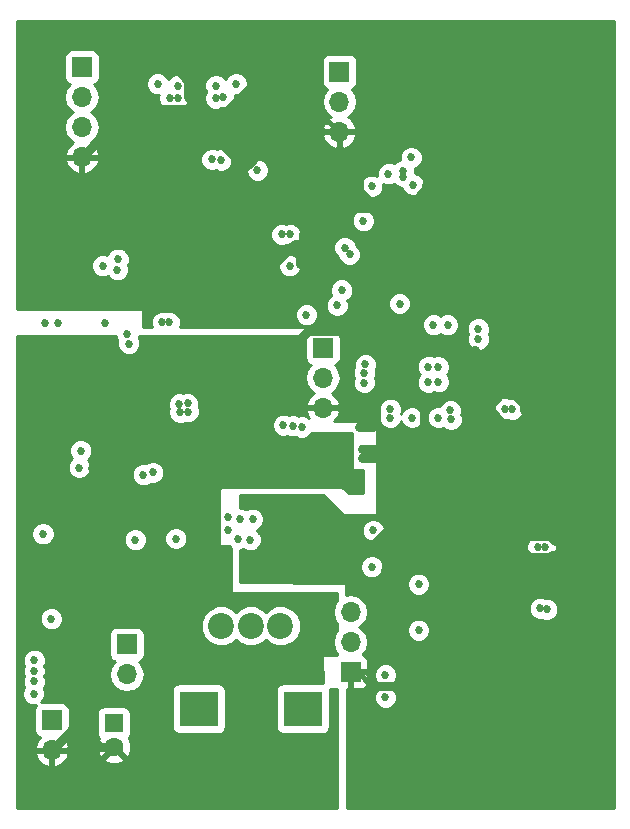
<source format=gbr>
G04 #@! TF.FileFunction,Copper,L2,Inr,Plane*
%FSLAX46Y46*%
G04 Gerber Fmt 4.6, Leading zero omitted, Abs format (unit mm)*
G04 Created by KiCad (PCBNEW 4.0.7) date Sun Apr 15 17:53:05 2018*
%MOMM*%
%LPD*%
G01*
G04 APERTURE LIST*
%ADD10C,0.100000*%
%ADD11R,1.600000X1.600000*%
%ADD12C,1.600000*%
%ADD13R,1.700000X1.700000*%
%ADD14O,1.700000X1.700000*%
%ADD15C,2.200000*%
%ADD16R,3.300000X3.000000*%
%ADD17C,0.685800*%
%ADD18C,0.762000*%
%ADD19C,0.381000*%
%ADD20C,0.250000*%
%ADD21C,0.152400*%
%ADD22C,0.254000*%
G04 APERTURE END LIST*
D10*
D11*
X108950000Y-160150000D03*
D12*
X108950000Y-162150000D03*
D13*
X106250000Y-104580000D03*
D14*
X106250000Y-107120000D03*
X106250000Y-109660000D03*
X106250000Y-112200000D03*
D13*
X110050000Y-153460000D03*
D14*
X110050000Y-156000000D03*
D13*
X103700000Y-159860000D03*
D14*
X103700000Y-162400000D03*
D15*
X120550000Y-151900000D03*
X118050000Y-151900000D03*
X123050000Y-151900000D03*
D16*
X124950000Y-158900000D03*
X116150000Y-158900000D03*
D13*
X128050000Y-104960000D03*
D14*
X128050000Y-107500000D03*
X128050000Y-110040000D03*
D13*
X126644400Y-128333500D03*
D14*
X126644400Y-130873500D03*
X126644400Y-133413500D03*
D13*
X128993900Y-155790900D03*
D14*
X128993900Y-153250900D03*
X128993900Y-150710900D03*
D17*
X143306800Y-153009600D03*
X147750000Y-151900000D03*
X134099300Y-129946400D03*
X133261100Y-131203700D03*
X107117841Y-138482159D03*
X112464190Y-144194645D03*
X109893090Y-133900000D03*
X132337381Y-119552611D03*
X131500000Y-119350000D03*
X131622800Y-121424700D03*
X131102100Y-120878600D03*
X145300000Y-104600000D03*
X145300000Y-103700000D03*
X145300000Y-102700000D03*
X145300000Y-101700000D03*
X139700000Y-103700000D03*
X139700000Y-104600000D03*
X139700000Y-101700000D03*
X139730000Y-102700000D03*
X115600000Y-135000000D03*
X128780473Y-133456934D03*
X128744645Y-136044645D03*
X130450000Y-134250000D03*
X125645302Y-136400000D03*
X113100000Y-134900000D03*
X107550000Y-155950000D03*
X107450000Y-155250000D03*
X144300000Y-166400000D03*
X144300000Y-164400000D03*
X138800000Y-166400000D03*
X138800000Y-165400000D03*
X144300000Y-163400000D03*
X138800000Y-163400000D03*
X144320000Y-165400000D03*
X138780000Y-164300000D03*
X118650000Y-142700000D03*
X118650000Y-143750000D03*
X128600000Y-139700000D03*
X128700000Y-137600000D03*
X128700000Y-136800000D03*
X142650000Y-145950000D03*
X142600000Y-152550000D03*
X141750000Y-151950000D03*
X141100000Y-151950000D03*
X131950000Y-147200000D03*
X130750000Y-152250000D03*
X132300000Y-159600000D03*
X132000000Y-161700000D03*
X146250000Y-138150000D03*
X141850000Y-145400000D03*
X141150000Y-145400000D03*
X139550000Y-147950000D03*
X139600000Y-147300000D03*
X140350000Y-147550000D03*
X139322721Y-134600000D03*
X139322721Y-135300000D03*
X139522721Y-128500000D03*
X139522721Y-129250000D03*
X142450000Y-156550000D03*
X140650000Y-156550000D03*
X139450000Y-154700000D03*
X139450000Y-154000000D03*
X143450000Y-156900000D03*
X143400000Y-156050000D03*
X139600000Y-156950000D03*
X139700000Y-156200000D03*
X124715984Y-121265869D03*
X146315380Y-144676310D03*
X118750000Y-118150000D03*
X118896719Y-107927539D03*
X103100000Y-126250000D03*
X104250000Y-121900000D03*
X104250000Y-121000000D03*
X105500000Y-121400000D03*
X105900000Y-123100000D03*
X108210000Y-126250000D03*
X104250000Y-126250000D03*
X122500000Y-142250000D03*
X122600000Y-142850000D03*
X129719645Y-135069645D03*
X133900000Y-128350000D03*
X133311900Y-129946400D03*
X134099300Y-131229100D03*
X134800000Y-139100000D03*
X133850000Y-139100000D03*
X132850000Y-139000000D03*
X129800000Y-140200000D03*
X129600000Y-139200000D03*
X117950000Y-134450000D03*
X118450000Y-133900000D03*
X117950000Y-133262000D03*
X107500000Y-157600000D03*
X107500000Y-156750000D03*
X124950000Y-118750000D03*
X129050000Y-114000000D03*
X129550000Y-111850000D03*
X136150000Y-111950000D03*
X135550000Y-114450000D03*
X118050000Y-118150000D03*
X118350000Y-117450000D03*
X135621751Y-113178249D03*
X135883883Y-110466117D03*
X133809941Y-115959941D03*
X140500000Y-123900000D03*
X140850000Y-124450000D03*
X140854698Y-123350000D03*
X144650000Y-124650000D03*
X144950000Y-124000000D03*
X144645302Y-123400000D03*
X145800000Y-118150000D03*
X145800000Y-117450000D03*
X145100000Y-117700000D03*
X130000000Y-137650000D03*
X130000000Y-136950000D03*
X131550000Y-137400000D03*
X141450000Y-130350000D03*
X142200000Y-130300000D03*
X144400000Y-129300000D03*
X144450000Y-128550000D03*
X143650000Y-133600000D03*
X147000000Y-146100000D03*
X147750000Y-152600000D03*
X119400000Y-113750000D03*
X119000000Y-112050000D03*
X144200000Y-122250000D03*
X143350000Y-122250000D03*
X148000000Y-146500000D03*
X147950000Y-145850000D03*
X147100000Y-144600000D03*
X150050000Y-144750000D03*
X149550000Y-145250000D03*
X148664214Y-143864214D03*
X148150000Y-135150000D03*
X144400000Y-135350000D03*
X144400000Y-134650000D03*
X145400000Y-137000000D03*
X145350000Y-136350000D03*
X146250000Y-137500000D03*
X145150000Y-137900000D03*
X142450000Y-140600000D03*
X142500000Y-139950000D03*
X138650000Y-140300000D03*
X138650000Y-139650000D03*
X118850000Y-108550000D03*
X117457717Y-103144661D03*
X114455920Y-103021359D03*
X110750000Y-110200000D03*
X115750000Y-112450000D03*
X115050000Y-112500000D03*
X118150000Y-103100000D03*
X119300000Y-103500000D03*
X117600000Y-104250000D03*
X113800000Y-103000000D03*
X124700000Y-120550000D03*
X124700000Y-119550000D03*
X112650000Y-103500000D03*
X114350000Y-104250000D03*
X129700000Y-113100000D03*
X130766058Y-111552120D03*
X133322791Y-118802303D03*
X133850000Y-118300000D03*
X120450000Y-146200000D03*
X113350000Y-132800000D03*
X102240510Y-138900000D03*
X132350000Y-117750000D03*
X131550000Y-117750000D03*
X132400000Y-116900000D03*
X129800000Y-126350000D03*
X133900000Y-116400000D03*
X131550000Y-116900000D03*
X110100000Y-116850000D03*
X105500000Y-119800000D03*
X123200000Y-110250000D03*
X123050000Y-113300000D03*
X116000000Y-116650000D03*
X122550000Y-126020302D03*
X121850000Y-126000000D03*
X119850000Y-121000000D03*
X120150000Y-120200000D03*
X130750000Y-156950000D03*
X145618200Y-150482300D03*
X145050000Y-150400000D03*
X144830800Y-145223690D03*
X145465800Y-145173700D03*
X109300000Y-120850000D03*
X127850000Y-124750000D03*
X131940000Y-157950000D03*
X131940000Y-156050000D03*
X123150000Y-118750000D03*
X123850000Y-118750000D03*
X123850000Y-121400000D03*
X108000000Y-121400000D03*
X109250000Y-121750000D03*
X133150000Y-124600000D03*
X118000000Y-112450000D03*
X117250000Y-112400000D03*
X121100000Y-113300000D03*
X117567909Y-107202247D03*
X119300000Y-106000000D03*
X117600000Y-106150000D03*
X118200000Y-107104698D03*
X112650000Y-106000000D03*
X114350000Y-106150000D03*
X113700000Y-107200000D03*
X114350000Y-107200000D03*
X136410700Y-131229100D03*
X136410700Y-129971800D03*
X128917700Y-120434100D03*
X128498600Y-119862600D03*
X119450000Y-144500000D03*
X120500000Y-144600000D03*
X119600000Y-142850000D03*
X120700000Y-142850000D03*
X134200000Y-134250000D03*
X134278249Y-114521751D03*
X130789796Y-114656388D03*
X134116117Y-112233883D03*
X132200000Y-113600000D03*
X137200000Y-126400000D03*
X136000000Y-126400000D03*
X135572500Y-129946400D03*
X135572500Y-131254500D03*
X132350000Y-133550000D03*
X132350000Y-134250000D03*
X133450000Y-113850000D03*
X133450000Y-113350000D03*
X106006900Y-138493500D03*
X106146600Y-137058400D03*
X112250000Y-138900000D03*
X111436815Y-139103296D03*
X110200000Y-128000000D03*
X110100000Y-127200000D03*
X113650000Y-126200000D03*
X113050000Y-126200000D03*
X130150000Y-131300000D03*
X130150000Y-130450000D03*
X130250000Y-129750000D03*
X123300000Y-134900000D03*
X124100000Y-134950000D03*
X124850000Y-135050000D03*
X114200000Y-144500000D03*
X102200000Y-154800000D03*
X102200000Y-155700000D03*
X114550000Y-133800000D03*
X114500000Y-133100000D03*
X115250000Y-133750000D03*
X115200000Y-133050000D03*
X102150000Y-157650000D03*
X102200000Y-156600000D03*
X125250000Y-125550000D03*
X130067198Y-117602000D03*
X128244600Y-123456700D03*
X134750000Y-152250000D03*
X134750000Y-148350000D03*
X142700000Y-133550000D03*
X137500000Y-134400000D03*
X137450000Y-133650000D03*
X142050000Y-133500000D03*
X136400000Y-134250000D03*
X130800000Y-146900000D03*
X139809330Y-127640670D03*
X130900000Y-143800000D03*
X139800000Y-126750000D03*
X110750000Y-144600000D03*
X103650000Y-151300000D03*
X102950000Y-144100000D03*
D18*
X142600000Y-152550000D02*
X142847200Y-152550000D01*
X142847200Y-152550000D02*
X143306800Y-153009600D01*
X143395767Y-145415067D02*
X144080700Y-146100000D01*
X144080700Y-146100000D02*
X145638000Y-146100000D01*
X142600000Y-145415067D02*
X143395767Y-145415067D01*
X146315380Y-144676310D02*
X146265336Y-144676310D01*
X146265336Y-144676310D02*
X145886425Y-144297399D01*
X145886425Y-144297399D02*
X143717668Y-144297399D01*
X143717668Y-144297399D02*
X142600000Y-145415067D01*
D19*
X128050000Y-110040000D02*
X127200001Y-109190001D01*
X127200001Y-109190001D02*
X121909999Y-109190001D01*
X121909999Y-109190001D02*
X120400000Y-110700000D01*
D18*
X123500000Y-133480355D02*
X123500000Y-128817778D01*
X130426900Y-127673100D02*
X131000000Y-127100000D01*
X125367679Y-126950099D02*
X129703899Y-126950099D01*
X123500000Y-128817778D02*
X125367679Y-126950099D01*
X129703899Y-126950099D02*
X130426900Y-127673100D01*
D19*
X123523421Y-133456934D02*
X125209300Y-133456934D01*
D20*
X126644400Y-133413500D02*
X125442319Y-133413500D01*
D19*
X125209300Y-133456934D02*
X128295540Y-133456934D01*
D20*
X125442319Y-133413500D02*
X125398885Y-133456934D01*
X125398885Y-133456934D02*
X125209300Y-133456934D01*
D18*
X107460740Y-138825058D02*
X107117841Y-138482159D01*
X109060710Y-140600000D02*
X109060710Y-140425028D01*
X109060710Y-140425028D02*
X107460740Y-138825058D01*
X112121291Y-143851746D02*
X112464190Y-144194645D01*
X110300000Y-142030455D02*
X112121291Y-143851746D01*
X110300000Y-141839290D02*
X110300000Y-142030455D01*
X110235989Y-134242899D02*
X109893090Y-133900000D01*
X110893090Y-134900000D02*
X110235989Y-134242899D01*
X111250000Y-134900000D02*
X110893090Y-134900000D01*
X131000000Y-120889992D02*
X131994482Y-119895510D01*
X131994482Y-119895510D02*
X132337381Y-119552611D01*
X132350000Y-117750000D02*
X132350000Y-119539992D01*
X132350000Y-119539992D02*
X132337381Y-119552611D01*
X131000000Y-127100000D02*
X131000000Y-120889992D01*
D19*
X131622800Y-121424700D02*
X131622800Y-119472800D01*
X131622800Y-119472800D02*
X131500000Y-119350000D01*
D18*
X142600000Y-104600000D02*
X142600000Y-117650000D01*
X142600000Y-117650000D02*
X142900000Y-117950000D01*
X139700000Y-101700000D02*
X140184933Y-101700000D01*
X140184933Y-101700000D02*
X140700000Y-102215067D01*
X140700000Y-102215067D02*
X140700000Y-102700000D01*
X139730000Y-102700000D02*
X140700000Y-102700000D01*
X140700000Y-102700000D02*
X141700000Y-103700000D01*
X145300000Y-101700000D02*
X143500000Y-103500000D01*
X143500000Y-103500000D02*
X143500000Y-103700000D01*
X143500000Y-103700000D02*
X144300000Y-103700000D01*
X144300000Y-103700000D02*
X145300000Y-102700000D01*
X145300000Y-103700000D02*
X143500000Y-103700000D01*
X143500000Y-103700000D02*
X142600000Y-104600000D01*
X139700000Y-104600000D02*
X142600000Y-104600000D01*
X142600000Y-104600000D02*
X145300000Y-104600000D01*
X139700000Y-103700000D02*
X141700000Y-103700000D01*
X141700000Y-103700000D02*
X142600000Y-104600000D01*
D19*
X115000000Y-136500000D02*
X120200000Y-136500000D01*
X114500000Y-136500000D02*
X115000000Y-136500000D01*
D18*
X115000000Y-136500000D02*
X115000000Y-135600000D01*
X115000000Y-135600000D02*
X115600000Y-135000000D01*
D19*
X110400000Y-135750000D02*
X113500000Y-135750000D01*
D18*
X113100000Y-134900000D02*
X113100000Y-135384933D01*
D19*
X113500000Y-135750000D02*
X113750000Y-135750000D01*
D18*
X113100000Y-135384933D02*
X113465067Y-135750000D01*
X113465067Y-135750000D02*
X113500000Y-135750000D01*
X110400000Y-135750000D02*
X111250000Y-134900000D01*
X111250000Y-134900000D02*
X111550000Y-134600000D01*
X129265406Y-133456934D02*
X128780473Y-133456934D01*
D19*
X128295540Y-133456934D02*
X128780473Y-133456934D01*
X123500000Y-133480355D02*
X123523421Y-133456934D01*
D18*
X129656934Y-133456934D02*
X129265406Y-133456934D01*
X131100000Y-134900000D02*
X129656934Y-133456934D01*
X125645302Y-136400000D02*
X126500000Y-137254698D01*
X126500000Y-137254698D02*
X126500000Y-137700000D01*
X125645302Y-136400000D02*
X126130235Y-136400000D01*
X126130235Y-136400000D02*
X126460590Y-136069645D01*
X126460590Y-136069645D02*
X126669645Y-136069645D01*
D19*
X123219645Y-133480355D02*
X123500000Y-133480355D01*
D18*
X106750000Y-155950000D02*
X106750000Y-145389290D01*
X110300000Y-141839290D02*
X109060710Y-140600000D01*
X106750000Y-145389290D02*
X110300000Y-141839290D01*
X144300000Y-166400000D02*
X143957101Y-166057101D01*
X143357101Y-166057101D02*
X141700000Y-164400000D01*
X143957101Y-166057101D02*
X143357101Y-166057101D01*
X144320000Y-165400000D02*
X143320000Y-164400000D01*
X143320000Y-164400000D02*
X143300000Y-164400000D01*
X139700000Y-165400000D02*
X140300000Y-164800000D01*
X140300000Y-164800000D02*
X140700000Y-164400000D01*
X138800000Y-166400000D02*
X139142899Y-166057101D01*
X139142899Y-166057101D02*
X139142899Y-165957101D01*
X139142899Y-165957101D02*
X140300000Y-164800000D01*
X141700000Y-164400000D02*
X140700000Y-164400000D01*
X140700000Y-164400000D02*
X139800000Y-164400000D01*
X138800000Y-165400000D02*
X139700000Y-165400000D01*
X139800000Y-164400000D02*
X139600000Y-164200000D01*
X139600000Y-164200000D02*
X138800000Y-163400000D01*
X138780000Y-164300000D02*
X139500000Y-164300000D01*
X139500000Y-164300000D02*
X139600000Y-164200000D01*
X144300000Y-164400000D02*
X143957101Y-164057101D01*
X143957101Y-164057101D02*
X143642899Y-164057101D01*
X143642899Y-164057101D02*
X143300000Y-164400000D01*
X141700000Y-164400000D02*
X143300000Y-164400000D01*
X143300000Y-164400000D02*
X144300000Y-163400000D01*
X141700000Y-156550000D02*
X141700000Y-164400000D01*
D19*
X120200000Y-136500000D02*
X123219645Y-133480355D01*
X113750000Y-135750000D02*
X114500000Y-136500000D01*
D18*
X109060710Y-137089290D02*
X110400000Y-135750000D01*
X126112000Y-145000000D02*
X124800000Y-143688000D01*
X124800000Y-143688000D02*
X123962000Y-142850000D01*
X120450000Y-146200000D02*
X120792899Y-145857101D01*
X120792899Y-145857101D02*
X122630899Y-145857101D01*
X122630899Y-145857101D02*
X124800000Y-143688000D01*
X111550000Y-134600000D02*
X113350000Y-132800000D01*
X109060710Y-140600000D02*
X109060710Y-137089290D01*
X106200000Y-160531370D02*
X106200000Y-159200000D01*
X106200000Y-159200000D02*
X106200000Y-158000000D01*
X103700000Y-162400000D02*
X106200000Y-159900000D01*
X106200000Y-159900000D02*
X106200000Y-159200000D01*
X106200000Y-157600000D02*
X106200000Y-156800000D01*
X106200000Y-158000000D02*
X106200000Y-157600000D01*
X106200000Y-157600000D02*
X106650000Y-157600000D01*
X106650000Y-157600000D02*
X107500000Y-156750000D01*
X106200000Y-158000000D02*
X107100000Y-158000000D01*
X107100000Y-158000000D02*
X107500000Y-157600000D01*
X107550000Y-155950000D02*
X107050000Y-155950000D01*
X107050000Y-155950000D02*
X106200000Y-156800000D01*
X106350000Y-155950000D02*
X106750000Y-155950000D01*
X106750000Y-155950000D02*
X107107101Y-155592899D01*
X107107101Y-155592899D02*
X107450000Y-155250000D01*
X108950000Y-162150000D02*
X107818630Y-162150000D01*
X107818630Y-162150000D02*
X106200000Y-160531370D01*
X102240510Y-139384933D02*
X103455577Y-140600000D01*
X102240510Y-138900000D02*
X102240510Y-139384933D01*
X103455577Y-140600000D02*
X109060710Y-140600000D01*
X122500000Y-142250000D02*
X122984933Y-142250000D01*
X122984933Y-142250000D02*
X123584933Y-142850000D01*
X123584933Y-142850000D02*
X123962000Y-142850000D01*
X131000000Y-145000000D02*
X126112000Y-145000000D01*
X123962000Y-142850000D02*
X122600000Y-142850000D01*
X139000000Y-137000000D02*
X131000000Y-145000000D01*
X139200000Y-137000000D02*
X142250000Y-137000000D01*
X135250000Y-137000000D02*
X139200000Y-137000000D01*
X139200000Y-137000000D02*
X139000000Y-137000000D01*
X141600000Y-140600000D02*
X140950000Y-140600000D01*
X142450000Y-140600000D02*
X141600000Y-140600000D01*
D19*
X141600000Y-140600000D02*
X141850000Y-140850000D01*
X141850000Y-140850000D02*
X141850000Y-145400000D01*
D18*
X129800000Y-140200000D02*
X129100000Y-140200000D01*
X129100000Y-140200000D02*
X128600000Y-139700000D01*
X128000000Y-139200000D02*
X127450000Y-138650000D01*
X127450000Y-138650000D02*
X126300000Y-137500000D01*
X128600000Y-139700000D02*
X127550000Y-138650000D01*
X127550000Y-138650000D02*
X127450000Y-138650000D01*
X129600000Y-139200000D02*
X128000000Y-139200000D01*
X128750000Y-137700000D02*
X126500000Y-137700000D01*
X126500000Y-137700000D02*
X126300000Y-137500000D01*
X128719645Y-136069645D02*
X126669645Y-136069645D01*
X130930355Y-135069645D02*
X131100000Y-134900000D01*
X131100000Y-134900000D02*
X131700000Y-135500000D01*
X129719645Y-135069645D02*
X130930355Y-135069645D01*
X133712000Y-137000000D02*
X134200000Y-137000000D01*
X134200000Y-137000000D02*
X135250000Y-137000000D01*
X131700000Y-135500000D02*
X132700000Y-135500000D01*
X132700000Y-135500000D02*
X134200000Y-137000000D01*
X131950000Y-147200000D02*
X131950000Y-151800000D01*
X131950000Y-151800000D02*
X132400000Y-152250000D01*
X132400000Y-152250000D02*
X133450000Y-153300000D01*
X130750000Y-152250000D02*
X132400000Y-152250000D01*
X132000000Y-161700000D02*
X132000000Y-159900000D01*
D19*
X142865067Y-157000000D02*
X141850000Y-157000000D01*
X141850000Y-157000000D02*
X141400000Y-156550000D01*
X143450000Y-156900000D02*
X142965067Y-156900000D01*
X142965067Y-156900000D02*
X142865067Y-157000000D01*
X142450000Y-156550000D02*
X141700000Y-156550000D01*
X141700000Y-156550000D02*
X141400000Y-156550000D01*
X143400000Y-156050000D02*
X142200000Y-156050000D01*
X142200000Y-156050000D02*
X141700000Y-156550000D01*
X139600000Y-156950000D02*
X139942899Y-157292899D01*
X139942899Y-157292899D02*
X140657101Y-157292899D01*
X140657101Y-157292899D02*
X141400000Y-156550000D01*
X141400000Y-154100000D02*
X141400000Y-156150000D01*
X141400000Y-156150000D02*
X141400000Y-156550000D01*
X139700000Y-156200000D02*
X140184933Y-156200000D01*
X140184933Y-156200000D02*
X140234933Y-156150000D01*
X140234933Y-156150000D02*
X141400000Y-156150000D01*
X141400000Y-156550000D02*
X140650000Y-156550000D01*
X141300000Y-147550000D02*
X141300000Y-151500000D01*
X141300000Y-151500000D02*
X141750000Y-151950000D01*
D18*
X140034933Y-154100000D02*
X140400000Y-154100000D01*
X140400000Y-154100000D02*
X141400000Y-154100000D01*
X139450000Y-154700000D02*
X140050000Y-154100000D01*
X140050000Y-154100000D02*
X140400000Y-154100000D01*
X141400000Y-154100000D02*
X141750000Y-153750000D01*
X141750000Y-153750000D02*
X141750000Y-151950000D01*
X139450000Y-154000000D02*
X139934933Y-154000000D01*
X139934933Y-154000000D02*
X140034933Y-154100000D01*
X142600000Y-152550000D02*
X142350000Y-152550000D01*
X142350000Y-152550000D02*
X141750000Y-151950000D01*
X141100000Y-151950000D02*
X141750000Y-151950000D01*
X147750000Y-152600000D02*
X147265067Y-152115067D01*
X147265067Y-152115067D02*
X147265067Y-151900000D01*
X147750000Y-151900000D02*
X147265067Y-151900000D01*
X147265067Y-151900000D02*
X147215067Y-151950000D01*
X147215067Y-151950000D02*
X145500000Y-151950000D01*
X141750000Y-151950000D02*
X145500000Y-151950000D01*
X139550000Y-147950000D02*
X139950000Y-147950000D01*
X139950000Y-147950000D02*
X140350000Y-147550000D01*
X139600000Y-147300000D02*
X140100000Y-147300000D01*
X140100000Y-147300000D02*
X140350000Y-147550000D01*
X141300000Y-147550000D02*
X141850000Y-147000000D01*
X141850000Y-147000000D02*
X141850000Y-146100000D01*
X141850000Y-146100000D02*
X141492899Y-145742899D01*
X141492899Y-145742899D02*
X141150000Y-145400000D01*
X140350000Y-147550000D02*
X141300000Y-147550000D01*
X141850000Y-145400000D02*
X142600000Y-145400000D01*
X142650000Y-145950000D02*
X142650000Y-145465067D01*
X142650000Y-145465067D02*
X142600000Y-145415067D01*
X142600000Y-145415067D02*
X142600000Y-145400000D01*
X141150000Y-145400000D02*
X141850000Y-145400000D01*
X148000000Y-146500000D02*
X146038000Y-146500000D01*
X147950000Y-145850000D02*
X146041690Y-145850000D01*
X145638000Y-146100000D02*
X147000000Y-146100000D01*
X147100000Y-144600000D02*
X146391690Y-144600000D01*
X134042899Y-132442899D02*
X135250000Y-133650000D01*
X135250000Y-133650000D02*
X135250000Y-137000000D01*
X133700000Y-131600000D02*
X134042899Y-131942899D01*
X134042899Y-131942899D02*
X134042899Y-132442899D01*
X130000000Y-137650000D02*
X131300000Y-137650000D01*
X131300000Y-137650000D02*
X131550000Y-137400000D01*
X130000000Y-136950000D02*
X131100000Y-136950000D01*
X131100000Y-136950000D02*
X131550000Y-137400000D01*
X142250000Y-135100000D02*
X142250000Y-137000000D01*
X142250000Y-137000000D02*
X142250000Y-138300000D01*
X131550000Y-137400000D02*
X133312000Y-137400000D01*
X133312000Y-137400000D02*
X133712000Y-137000000D01*
X140250000Y-140300000D02*
X140450000Y-140100000D01*
X140450000Y-140100000D02*
X140900000Y-139650000D01*
X140950000Y-140600000D02*
X140450000Y-140100000D01*
X142500000Y-139950000D02*
X141200000Y-139950000D01*
X141200000Y-139950000D02*
X140900000Y-139650000D01*
X138650000Y-140300000D02*
X140250000Y-140300000D01*
X138650000Y-139650000D02*
X140900000Y-139650000D01*
X140900000Y-139650000D02*
X142250000Y-138300000D01*
X149164214Y-143864214D02*
X149164214Y-144864214D01*
X149164214Y-144864214D02*
X149550000Y-145250000D01*
X148664214Y-143864214D02*
X149164214Y-143864214D01*
X149164214Y-143864214D02*
X150050000Y-144750000D01*
X142250000Y-138300000D02*
X143100000Y-138300000D01*
X143100000Y-138300000D02*
X148664214Y-143864214D01*
X142250000Y-135100000D02*
X143500000Y-136350000D01*
X140850000Y-133700000D02*
X142250000Y-135100000D01*
X143000000Y-124450000D02*
X144450000Y-124450000D01*
D19*
X143000000Y-131334933D02*
X142950000Y-131384933D01*
D18*
X140850000Y-124450000D02*
X143000000Y-124450000D01*
X144057101Y-130277832D02*
X142950000Y-131384933D01*
X142950000Y-131384933D02*
X142434933Y-131900000D01*
D19*
X143000000Y-124450000D02*
X143000000Y-131334933D01*
X133900000Y-117400000D02*
X142350000Y-117400000D01*
X142350000Y-117400000D02*
X142900000Y-117950000D01*
X133400000Y-116900000D02*
X133900000Y-117400000D01*
D18*
X145800000Y-118150000D02*
X145550000Y-118150000D01*
X145550000Y-118150000D02*
X145100000Y-117700000D01*
X145800000Y-117450000D02*
X145350000Y-117450000D01*
X145350000Y-117450000D02*
X145100000Y-117700000D01*
X142900000Y-117950000D02*
X143150000Y-117700000D01*
X143150000Y-117700000D02*
X145100000Y-117700000D01*
X142900000Y-120838000D02*
X142900000Y-117950000D01*
X143350000Y-122250000D02*
X143350000Y-121288000D01*
X143350000Y-121288000D02*
X142900000Y-120838000D01*
X142850000Y-123350000D02*
X143750000Y-123350000D01*
X143750000Y-123350000D02*
X144595302Y-123350000D01*
X143857101Y-122592899D02*
X143857101Y-123242899D01*
X144200000Y-122250000D02*
X143857101Y-122592899D01*
X143857101Y-123242899D02*
X143750000Y-123350000D01*
X140854698Y-123350000D02*
X142850000Y-123350000D01*
X143212000Y-123350000D02*
X142850000Y-123350000D01*
X143350000Y-122250000D02*
X143350000Y-123212000D01*
X143350000Y-123212000D02*
X143212000Y-123350000D01*
X144450000Y-124450000D02*
X144650000Y-124650000D01*
X144595302Y-123350000D02*
X144645302Y-123400000D01*
X140500000Y-123900000D02*
X144850000Y-123900000D01*
X144850000Y-123900000D02*
X144950000Y-124000000D01*
X148150000Y-135150000D02*
X148150000Y-135600000D01*
X148150000Y-135600000D02*
X146250000Y-137500000D01*
X146250000Y-138150000D02*
X145400000Y-138150000D01*
X145400000Y-138150000D02*
X145150000Y-137900000D01*
X146250000Y-137500000D02*
X145550000Y-137500000D01*
X145550000Y-137500000D02*
X145150000Y-137900000D01*
X143500000Y-136350000D02*
X143500000Y-136475000D01*
X143500000Y-136475000D02*
X144925000Y-137900000D01*
X144925000Y-137900000D02*
X145150000Y-137900000D01*
X144400000Y-136350000D02*
X145350000Y-136350000D01*
X143500000Y-136350000D02*
X144400000Y-136350000D01*
X144400000Y-136350000D02*
X144750000Y-136350000D01*
X144750000Y-136350000D02*
X145400000Y-137000000D01*
X140850000Y-133072721D02*
X139322721Y-134600000D01*
X141450000Y-132472721D02*
X140850000Y-133072721D01*
X140850000Y-133072721D02*
X140850000Y-133700000D01*
X139322721Y-134600000D02*
X139322721Y-135300000D01*
X144400000Y-134650000D02*
X144400000Y-135350000D01*
X144400000Y-134650000D02*
X144400000Y-134350000D01*
X144400000Y-134350000D02*
X143650000Y-133600000D01*
X140350000Y-130800000D02*
X141450000Y-131900000D01*
X139522721Y-128500000D02*
X139522721Y-129972721D01*
X139522721Y-129972721D02*
X140350000Y-130800000D01*
X139522721Y-129250000D02*
X139522721Y-129972721D01*
X144450000Y-128550000D02*
X144450000Y-129884933D01*
X144450000Y-129884933D02*
X144057101Y-130277832D01*
X144400000Y-129300000D02*
X144057101Y-129642899D01*
X144057101Y-129642899D02*
X144057101Y-130277832D01*
X141450000Y-130350000D02*
X141450000Y-131350000D01*
X141450000Y-131350000D02*
X141450000Y-131900000D01*
X142200000Y-130300000D02*
X142200000Y-130784933D01*
X142200000Y-130784933D02*
X141634933Y-131350000D01*
X141634933Y-131350000D02*
X141450000Y-131350000D01*
X141450000Y-131900000D02*
X141450000Y-132472721D01*
X143650000Y-133600000D02*
X143650000Y-133115067D01*
X143650000Y-133115067D02*
X142434933Y-131900000D01*
X142434933Y-131900000D02*
X141450000Y-131900000D01*
X129800000Y-126350000D02*
X129800000Y-123150000D01*
X129800000Y-123150000D02*
X131000000Y-121950000D01*
X129700000Y-115050000D02*
X131250000Y-116600000D01*
D19*
X131200000Y-116650000D02*
X131250000Y-116600000D01*
D18*
X131250000Y-116600000D02*
X131550000Y-116900000D01*
D19*
X122100000Y-116650000D02*
X131200000Y-116650000D01*
D21*
X131965000Y-117450000D02*
X131165000Y-116650000D01*
X131165000Y-116650000D02*
X129700000Y-115185000D01*
D18*
X121550000Y-117200000D02*
X122100000Y-116650000D01*
X121000000Y-117200000D02*
X121450000Y-117650000D01*
X120700000Y-116900000D02*
X121000000Y-117200000D01*
X121000000Y-117200000D02*
X121550000Y-117200000D01*
D19*
X121450000Y-117650000D02*
X121450000Y-118900000D01*
X107150000Y-119875000D02*
X107150000Y-119800000D01*
X107150000Y-119800000D02*
X110100000Y-116850000D01*
D18*
X121450000Y-118900000D02*
X120150000Y-120200000D01*
X117800000Y-116900000D02*
X118350000Y-117450000D01*
X115750000Y-114850000D02*
X117800000Y-116900000D01*
X117800000Y-116900000D02*
X120700000Y-116900000D01*
X118350000Y-117450000D02*
X118350000Y-117750000D01*
X118350000Y-117750000D02*
X118750000Y-118150000D01*
X118350000Y-117450000D02*
X118350000Y-117850000D01*
X118350000Y-117850000D02*
X118050000Y-118150000D01*
X115750000Y-112450000D02*
X115750000Y-114850000D01*
X105625000Y-121400000D02*
X106275000Y-120750000D01*
X106275000Y-120750000D02*
X107150000Y-119875000D01*
X105900000Y-121963000D02*
X106275000Y-121588000D01*
X105900000Y-123100000D02*
X105900000Y-121963000D01*
X106275000Y-121588000D02*
X106275000Y-120750000D01*
X104250000Y-121900000D02*
X105000000Y-121900000D01*
X105000000Y-121900000D02*
X105500000Y-121400000D01*
X105500000Y-119800000D02*
X106100000Y-119800000D01*
X106100000Y-119800000D02*
X107150000Y-119800000D01*
X104250000Y-121000000D02*
X104592899Y-120657101D01*
X104592899Y-120657101D02*
X105242899Y-120657101D01*
X105242899Y-120657101D02*
X106100000Y-119800000D01*
X105500000Y-121400000D02*
X105625000Y-121400000D01*
X115750000Y-112450000D02*
X115750000Y-116400000D01*
X115750000Y-116400000D02*
X116000000Y-116650000D01*
X110100000Y-116850000D02*
X110700000Y-116850000D01*
X110700000Y-116850000D02*
X115050000Y-112500000D01*
X130766058Y-111552120D02*
X130766058Y-112283942D01*
X130766058Y-112283942D02*
X129050000Y-114000000D01*
X135883883Y-110466117D02*
X136396535Y-110978769D01*
X136396535Y-110978769D02*
X136396535Y-113603465D01*
X136396535Y-113603465D02*
X136150000Y-113850000D01*
X136150000Y-111950000D02*
X136150000Y-113850000D01*
X136150000Y-113850000D02*
X135550000Y-114450000D01*
X135621751Y-113178249D02*
X135621751Y-114378249D01*
X135621751Y-114378249D02*
X135550000Y-114450000D01*
X135400000Y-114900000D02*
X135400000Y-114600000D01*
X135400000Y-114600000D02*
X135550000Y-114450000D01*
X133900000Y-116400000D02*
X135400000Y-114900000D01*
X132869882Y-116900000D02*
X133400000Y-116900000D01*
X133400000Y-116900000D02*
X133900000Y-116400000D01*
X132400000Y-116900000D02*
X132869882Y-116900000D01*
X132869882Y-116900000D02*
X133809941Y-115959941D01*
X132350000Y-117750000D02*
X133300000Y-117750000D01*
X133300000Y-117750000D02*
X133850000Y-118300000D01*
X133322791Y-118802303D02*
X133322791Y-118722791D01*
X133322791Y-118722791D02*
X132350000Y-117750000D01*
X131000000Y-121950000D02*
X131000000Y-119400000D01*
X131000000Y-119400000D02*
X130900000Y-119300000D01*
X131550000Y-118650000D02*
X131500000Y-118700000D01*
X131500000Y-118700000D02*
X131500000Y-119350000D01*
X131550000Y-117750000D02*
X131550000Y-118650000D01*
X131550000Y-118650000D02*
X130900000Y-119300000D01*
X131550000Y-117750000D02*
X131550000Y-117842792D01*
X131550000Y-117842792D02*
X130512094Y-118880698D01*
X132350000Y-117750000D02*
X131550000Y-117750000D01*
X132400000Y-116900000D02*
X132400000Y-117700000D01*
X132400000Y-117700000D02*
X132350000Y-117750000D01*
X131550000Y-116900000D02*
X132400000Y-116900000D01*
X129700000Y-113100000D02*
X129700000Y-115050000D01*
X117114818Y-104085182D02*
X117435182Y-104085182D01*
X117435182Y-104085182D02*
X117600000Y-104250000D01*
X120550000Y-104875000D02*
X120550000Y-106274258D01*
X120550000Y-106274258D02*
X118896719Y-107927539D01*
X119300000Y-103500000D02*
X119300000Y-103625000D01*
X119300000Y-103625000D02*
X120550000Y-104875000D01*
X115300000Y-108150000D02*
X116300000Y-108150000D01*
X110300000Y-108150000D02*
X115300000Y-108150000D01*
X114000000Y-110700000D02*
X116000000Y-110700000D01*
X116000000Y-110700000D02*
X117650000Y-110700000D01*
X115300000Y-108150000D02*
X115300000Y-110000000D01*
X115300000Y-110000000D02*
X116000000Y-110700000D01*
X115226301Y-107076301D02*
X116300000Y-108150000D01*
X116300000Y-108150000D02*
X116700000Y-108550000D01*
X106250000Y-112200000D02*
X110300000Y-108150000D01*
X117457717Y-103144661D02*
X117114818Y-103487560D01*
X117114818Y-103487560D02*
X117114818Y-104085182D01*
X118150000Y-103100000D02*
X118150000Y-103700000D01*
X118150000Y-103700000D02*
X117600000Y-104250000D01*
X117600000Y-104250000D02*
X118550000Y-104250000D01*
X118550000Y-104250000D02*
X119300000Y-103500000D01*
X113600000Y-103500000D02*
X114000000Y-103900000D01*
X114000000Y-103900000D02*
X114350000Y-104250000D01*
X114455920Y-103021359D02*
X114000000Y-103477279D01*
X114000000Y-103477279D02*
X114000000Y-103900000D01*
X113800000Y-103000000D02*
X113457101Y-103342899D01*
X113457101Y-103342899D02*
X113457101Y-103357101D01*
X113457101Y-103357101D02*
X113600000Y-103500000D01*
X112650000Y-103500000D02*
X113600000Y-103500000D01*
X115226301Y-105486699D02*
X115226301Y-105729375D01*
X116700000Y-108550000D02*
X118150000Y-108550000D01*
X118150000Y-108550000D02*
X118850000Y-108550000D01*
X118896719Y-107927539D02*
X118274258Y-108550000D01*
X118274258Y-108550000D02*
X118150000Y-108550000D01*
X114350000Y-104250000D02*
X114350000Y-104853074D01*
X114350000Y-104853074D02*
X115226301Y-105729375D01*
X115226301Y-105729375D02*
X115226301Y-107076301D01*
X121350000Y-111650000D02*
X123000000Y-113300000D01*
X120700000Y-111000000D02*
X121350000Y-111650000D01*
X121350000Y-111650000D02*
X121700000Y-111650000D01*
X121700000Y-111650000D02*
X123100000Y-110250000D01*
X123100000Y-110250000D02*
X123200000Y-110250000D01*
X120400000Y-110700000D02*
X120700000Y-111000000D01*
X120700000Y-111000000D02*
X120700000Y-112450000D01*
X120700000Y-112450000D02*
X119400000Y-113750000D01*
X117650000Y-110700000D02*
X120400000Y-110700000D01*
X123000000Y-113300000D02*
X123050000Y-113300000D01*
X114000000Y-110700000D02*
X115750000Y-112450000D01*
X113500000Y-110200000D02*
X114000000Y-110700000D01*
X117650000Y-110700000D02*
X119000000Y-112050000D01*
X112750000Y-110200000D02*
X113500000Y-110200000D01*
X110750000Y-110200000D02*
X112750000Y-110200000D01*
X112750000Y-110200000D02*
X115050000Y-112500000D01*
X121850000Y-123000000D02*
X120450000Y-121600000D01*
X120450000Y-121600000D02*
X119850000Y-121000000D01*
X120150000Y-120200000D02*
X120150000Y-121300000D01*
X120150000Y-121300000D02*
X120450000Y-121600000D01*
X124715984Y-121265869D02*
X124715984Y-120565984D01*
X124715984Y-120565984D02*
X124700000Y-120550000D01*
X124950000Y-118750000D02*
X124950000Y-119300000D01*
X124950000Y-119300000D02*
X124700000Y-119550000D01*
X123950000Y-119850000D02*
X124250000Y-119550000D01*
X121850000Y-121950000D02*
X123950000Y-119850000D01*
X123950000Y-119850000D02*
X124000000Y-119850000D01*
X124000000Y-119850000D02*
X124700000Y-120550000D01*
X124250000Y-119550000D02*
X124700000Y-119550000D01*
X121850000Y-123000000D02*
X121850000Y-121950000D01*
X121850000Y-123000000D02*
X121850000Y-125320302D01*
X121850000Y-125320302D02*
X122550000Y-126020302D01*
X121850000Y-126000000D02*
X121850000Y-123000000D01*
D21*
X129700000Y-113853791D02*
X129700000Y-113100000D01*
X129700000Y-115185000D02*
X129700000Y-113853791D01*
D18*
X133900000Y-128350000D02*
X133900000Y-129400000D01*
X133900000Y-129400000D02*
X133700000Y-129600000D01*
X133700000Y-130600000D02*
X133700000Y-129600000D01*
X133700000Y-130600000D02*
X133700000Y-131600000D01*
D21*
X129700000Y-113100000D02*
X130766058Y-112033942D01*
X130766058Y-112033942D02*
X130766058Y-111552120D01*
X131965000Y-117450000D02*
X131965000Y-118352400D01*
X131965000Y-117450000D02*
X131922101Y-117407101D01*
X131922101Y-117407101D02*
X131892899Y-117407101D01*
X131892899Y-117407101D02*
X131550000Y-117750000D01*
X131436702Y-118880698D02*
X130512094Y-118880698D01*
X131965000Y-118352400D02*
X131436702Y-118880698D01*
D19*
X128727200Y-155829000D02*
X129629000Y-155829000D01*
X129629000Y-155829000D02*
X130750000Y-156950000D01*
D18*
X133450000Y-153300000D02*
X133450000Y-157350000D01*
X133450000Y-157350000D02*
X133050000Y-156950000D01*
X133050000Y-156950000D02*
X130750000Y-156950000D01*
X133450000Y-158675000D02*
X133450000Y-157350000D01*
X132300000Y-159600000D02*
X132525000Y-159600000D01*
X132525000Y-159600000D02*
X133450000Y-158675000D01*
X132000000Y-159900000D02*
X132300000Y-159600000D01*
D22*
G36*
X151290000Y-167290000D02*
X128723873Y-167290000D01*
X128672519Y-157275900D01*
X128708150Y-157275900D01*
X128866900Y-157117150D01*
X128866900Y-155917900D01*
X129120900Y-155917900D01*
X129120900Y-157117150D01*
X129279650Y-157275900D01*
X129970209Y-157275900D01*
X130203598Y-157179227D01*
X130382227Y-157000599D01*
X130478900Y-156767210D01*
X130478900Y-156243663D01*
X130961931Y-156243663D01*
X131110493Y-156603212D01*
X131385341Y-156878540D01*
X131678126Y-157000115D01*
X131386788Y-157120493D01*
X131111460Y-157395341D01*
X130962270Y-157754630D01*
X130961931Y-158143663D01*
X131110493Y-158503212D01*
X131385341Y-158778540D01*
X131744630Y-158927730D01*
X132133663Y-158928069D01*
X132493212Y-158779507D01*
X132768540Y-158504659D01*
X132917730Y-158145370D01*
X132918069Y-157756337D01*
X132769507Y-157396788D01*
X132494659Y-157121460D01*
X132201874Y-156999885D01*
X132493212Y-156879507D01*
X132768540Y-156604659D01*
X132917730Y-156245370D01*
X132918069Y-155856337D01*
X132769507Y-155496788D01*
X132494659Y-155221460D01*
X132135370Y-155072270D01*
X131746337Y-155071931D01*
X131386788Y-155220493D01*
X131111460Y-155495341D01*
X130962270Y-155854630D01*
X130961931Y-156243663D01*
X130478900Y-156243663D01*
X130478900Y-156076650D01*
X130320150Y-155917900D01*
X129120900Y-155917900D01*
X128866900Y-155917900D01*
X128846900Y-155917900D01*
X128846900Y-155663900D01*
X128866900Y-155663900D01*
X128866900Y-155643900D01*
X129120900Y-155643900D01*
X129120900Y-155663900D01*
X130320150Y-155663900D01*
X130478900Y-155505150D01*
X130478900Y-154814590D01*
X130382227Y-154581201D01*
X130203598Y-154402573D01*
X130029123Y-154330303D01*
X130073047Y-154300954D01*
X130394954Y-153819185D01*
X130507993Y-153250900D01*
X130394954Y-152682615D01*
X130235292Y-152443663D01*
X133771931Y-152443663D01*
X133920493Y-152803212D01*
X134195341Y-153078540D01*
X134554630Y-153227730D01*
X134943663Y-153228069D01*
X135303212Y-153079507D01*
X135578540Y-152804659D01*
X135727730Y-152445370D01*
X135728069Y-152056337D01*
X135579507Y-151696788D01*
X135304659Y-151421460D01*
X134945370Y-151272270D01*
X134556337Y-151271931D01*
X134196788Y-151420493D01*
X133921460Y-151695341D01*
X133772270Y-152054630D01*
X133771931Y-152443663D01*
X130235292Y-152443663D01*
X130073047Y-152200846D01*
X129743874Y-151980900D01*
X130073047Y-151760954D01*
X130394954Y-151279185D01*
X130507993Y-150710900D01*
X130484674Y-150593663D01*
X144071931Y-150593663D01*
X144220493Y-150953212D01*
X144495341Y-151228540D01*
X144854630Y-151377730D01*
X145225408Y-151378053D01*
X145422830Y-151460030D01*
X145811863Y-151460369D01*
X146171412Y-151311807D01*
X146446740Y-151036959D01*
X146595930Y-150677670D01*
X146596269Y-150288637D01*
X146447707Y-149929088D01*
X146172859Y-149653760D01*
X145813570Y-149504570D01*
X145442792Y-149504247D01*
X145245370Y-149422270D01*
X144856337Y-149421931D01*
X144496788Y-149570493D01*
X144221460Y-149845341D01*
X144072270Y-150204630D01*
X144071931Y-150593663D01*
X130484674Y-150593663D01*
X130394954Y-150142615D01*
X130073047Y-149660846D01*
X129591278Y-149338939D01*
X129022993Y-149225900D01*
X128964807Y-149225900D01*
X128631577Y-149292184D01*
X128627739Y-148543663D01*
X133771931Y-148543663D01*
X133920493Y-148903212D01*
X134195341Y-149178540D01*
X134554630Y-149327730D01*
X134943663Y-149328069D01*
X135303212Y-149179507D01*
X135578540Y-148904659D01*
X135727730Y-148545370D01*
X135728069Y-148156337D01*
X135579507Y-147796788D01*
X135304659Y-147521460D01*
X134945370Y-147372270D01*
X134556337Y-147371931D01*
X134196788Y-147520493D01*
X133921460Y-147795341D01*
X133772270Y-148154630D01*
X133771931Y-148543663D01*
X128627739Y-148543663D01*
X128626998Y-148399349D01*
X128616739Y-148349991D01*
X128588085Y-148308512D01*
X128545552Y-148281450D01*
X128501411Y-148273008D01*
X119627000Y-148174403D01*
X119627000Y-147093663D01*
X129821931Y-147093663D01*
X129970493Y-147453212D01*
X130245341Y-147728540D01*
X130604630Y-147877730D01*
X130993663Y-147878069D01*
X131353212Y-147729507D01*
X131628540Y-147454659D01*
X131777730Y-147095370D01*
X131778069Y-146706337D01*
X131629507Y-146346788D01*
X131354659Y-146071460D01*
X130995370Y-145922270D01*
X130606337Y-145921931D01*
X130246788Y-146070493D01*
X129971460Y-146345341D01*
X129822270Y-146704630D01*
X129821931Y-147093663D01*
X119627000Y-147093663D01*
X119627000Y-145478054D01*
X119643663Y-145478069D01*
X119892249Y-145375356D01*
X119945341Y-145428540D01*
X120304630Y-145577730D01*
X120693663Y-145578069D01*
X121053212Y-145429507D01*
X121065387Y-145417353D01*
X143852731Y-145417353D01*
X144001293Y-145776902D01*
X144276141Y-146052230D01*
X144635430Y-146201420D01*
X145024463Y-146201759D01*
X145208503Y-146125716D01*
X145270430Y-146151430D01*
X145659463Y-146151769D01*
X146019012Y-146003207D01*
X146294340Y-145728359D01*
X146443530Y-145369070D01*
X146443869Y-144980037D01*
X146295307Y-144620488D01*
X146020459Y-144345160D01*
X145661170Y-144195970D01*
X145272137Y-144195631D01*
X145088097Y-144271674D01*
X145026170Y-144245960D01*
X144637137Y-144245621D01*
X144277588Y-144394183D01*
X144002260Y-144669031D01*
X143853070Y-145028320D01*
X143852731Y-145417353D01*
X121065387Y-145417353D01*
X121328540Y-145154659D01*
X121477730Y-144795370D01*
X121478069Y-144406337D01*
X121329507Y-144046788D01*
X121276475Y-143993663D01*
X129921931Y-143993663D01*
X130070493Y-144353212D01*
X130345341Y-144628540D01*
X130704630Y-144777730D01*
X131093663Y-144778069D01*
X131453212Y-144629507D01*
X131728540Y-144354659D01*
X131877730Y-143995370D01*
X131878069Y-143606337D01*
X131729507Y-143246788D01*
X131454659Y-142971460D01*
X131095370Y-142822270D01*
X130706337Y-142821931D01*
X130346788Y-142970493D01*
X130071460Y-143245341D01*
X129922270Y-143604630D01*
X129921931Y-143993663D01*
X121276475Y-143993663D01*
X121054659Y-143771460D01*
X121042693Y-143766491D01*
X121253212Y-143679507D01*
X121528540Y-143404659D01*
X121677730Y-143045370D01*
X121678069Y-142656337D01*
X121529507Y-142296788D01*
X121254659Y-142021460D01*
X120895370Y-141872270D01*
X120506337Y-141871931D01*
X120149566Y-142019345D01*
X119795370Y-141872270D01*
X119627000Y-141872123D01*
X119627000Y-140827000D01*
X126647394Y-140827000D01*
X128310197Y-142489803D01*
X128352211Y-142517666D01*
X128400000Y-142527000D01*
X131100000Y-142527000D01*
X131149410Y-142516994D01*
X131191035Y-142488553D01*
X131218315Y-142446159D01*
X131227000Y-142400000D01*
X131227000Y-134700000D01*
X131216994Y-134650590D01*
X131188553Y-134608965D01*
X131146159Y-134581685D01*
X131100000Y-134573000D01*
X127558277Y-134573000D01*
X127916045Y-134180424D01*
X128085876Y-133770390D01*
X128071772Y-133743663D01*
X131371931Y-133743663D01*
X131436503Y-133899940D01*
X131372270Y-134054630D01*
X131371931Y-134443663D01*
X131520493Y-134803212D01*
X131795341Y-135078540D01*
X132154630Y-135227730D01*
X132543663Y-135228069D01*
X132903212Y-135079507D01*
X133178540Y-134804659D01*
X133275053Y-134572229D01*
X133370493Y-134803212D01*
X133645341Y-135078540D01*
X134004630Y-135227730D01*
X134393663Y-135228069D01*
X134753212Y-135079507D01*
X135028540Y-134804659D01*
X135177730Y-134445370D01*
X135177731Y-134443663D01*
X135421931Y-134443663D01*
X135570493Y-134803212D01*
X135845341Y-135078540D01*
X136204630Y-135227730D01*
X136593663Y-135228069D01*
X136842311Y-135125330D01*
X136945341Y-135228540D01*
X137304630Y-135377730D01*
X137693663Y-135378069D01*
X138053212Y-135229507D01*
X138328540Y-134954659D01*
X138477730Y-134595370D01*
X138478069Y-134206337D01*
X138378203Y-133964643D01*
X138427730Y-133845370D01*
X138427862Y-133693663D01*
X141071931Y-133693663D01*
X141220493Y-134053212D01*
X141495341Y-134328540D01*
X141854630Y-134477730D01*
X142243663Y-134478069D01*
X142314523Y-134448790D01*
X142504630Y-134527730D01*
X142893663Y-134528069D01*
X143253212Y-134379507D01*
X143528540Y-134104659D01*
X143677730Y-133745370D01*
X143678069Y-133356337D01*
X143529507Y-132996788D01*
X143254659Y-132721460D01*
X142895370Y-132572270D01*
X142506337Y-132571931D01*
X142435477Y-132601210D01*
X142245370Y-132522270D01*
X141856337Y-132521931D01*
X141496788Y-132670493D01*
X141221460Y-132945341D01*
X141072270Y-133304630D01*
X141071931Y-133693663D01*
X138427862Y-133693663D01*
X138428069Y-133456337D01*
X138279507Y-133096788D01*
X138004659Y-132821460D01*
X137645370Y-132672270D01*
X137256337Y-132671931D01*
X136896788Y-132820493D01*
X136621460Y-133095341D01*
X136548010Y-133272229D01*
X136206337Y-133271931D01*
X135846788Y-133420493D01*
X135571460Y-133695341D01*
X135422270Y-134054630D01*
X135421931Y-134443663D01*
X135177731Y-134443663D01*
X135178069Y-134056337D01*
X135029507Y-133696788D01*
X134754659Y-133421460D01*
X134395370Y-133272270D01*
X134006337Y-133271931D01*
X133646788Y-133420493D01*
X133371460Y-133695341D01*
X133274947Y-133927771D01*
X133263497Y-133900060D01*
X133327730Y-133745370D01*
X133328069Y-133356337D01*
X133179507Y-132996788D01*
X132904659Y-132721460D01*
X132545370Y-132572270D01*
X132156337Y-132571931D01*
X131796788Y-132720493D01*
X131521460Y-132995341D01*
X131372270Y-133354630D01*
X131371931Y-133743663D01*
X128071772Y-133743663D01*
X127964555Y-133540500D01*
X126771400Y-133540500D01*
X126771400Y-133560500D01*
X126517400Y-133560500D01*
X126517400Y-133540500D01*
X125324245Y-133540500D01*
X125202924Y-133770390D01*
X125372755Y-134180424D01*
X125467749Y-134284660D01*
X125404659Y-134221460D01*
X125045370Y-134072270D01*
X124656337Y-134071931D01*
X124595709Y-134096982D01*
X124295370Y-133972270D01*
X123906337Y-133971931D01*
X123760292Y-134032275D01*
X123495370Y-133922270D01*
X123106337Y-133921931D01*
X122746788Y-134070493D01*
X122471460Y-134345341D01*
X122322270Y-134704630D01*
X122321931Y-135093663D01*
X122470493Y-135453212D01*
X122745341Y-135728540D01*
X123104630Y-135877730D01*
X123493663Y-135878069D01*
X123639708Y-135817725D01*
X123904630Y-135927730D01*
X124293663Y-135928069D01*
X124354291Y-135903018D01*
X124654630Y-136027730D01*
X125043663Y-136028069D01*
X125403212Y-135879507D01*
X125678540Y-135604659D01*
X125710787Y-135527000D01*
X129073000Y-135527000D01*
X129073000Y-138600000D01*
X129083006Y-138649410D01*
X129111447Y-138691035D01*
X129153841Y-138718315D01*
X129200000Y-138727000D01*
X130073000Y-138727000D01*
X130073000Y-140673000D01*
X128852606Y-140673000D01*
X128389803Y-140210197D01*
X128347789Y-140182334D01*
X128300000Y-140173000D01*
X118000000Y-140173000D01*
X117950590Y-140183006D01*
X117908965Y-140211447D01*
X117881685Y-140253841D01*
X117873000Y-140300000D01*
X117873000Y-145000000D01*
X117883006Y-145049410D01*
X117911447Y-145091035D01*
X117953841Y-145118315D01*
X118000000Y-145127000D01*
X118694152Y-145127000D01*
X118873000Y-145306160D01*
X118873000Y-149000000D01*
X118883006Y-149049410D01*
X118911447Y-149091035D01*
X118953841Y-149118315D01*
X119000000Y-149127000D01*
X127873076Y-149127000D01*
X127873435Y-149722684D01*
X127592846Y-150142615D01*
X127479807Y-150710900D01*
X127592846Y-151279185D01*
X127874625Y-151700898D01*
X127874962Y-152260398D01*
X127592846Y-152682615D01*
X127479807Y-153250900D01*
X127592846Y-153819185D01*
X127876155Y-154243189D01*
X127876224Y-154357064D01*
X126732030Y-154368506D01*
X126682722Y-154379006D01*
X126641384Y-154407861D01*
X126614530Y-154450526D01*
X126606302Y-154496126D01*
X126617435Y-156756091D01*
X126600000Y-156752560D01*
X123300000Y-156752560D01*
X123064683Y-156796838D01*
X122848559Y-156935910D01*
X122703569Y-157148110D01*
X122652560Y-157400000D01*
X122652560Y-160400000D01*
X122696838Y-160635317D01*
X122835910Y-160851441D01*
X123048110Y-160996431D01*
X123300000Y-161047440D01*
X126600000Y-161047440D01*
X126835317Y-161003162D01*
X127051441Y-160864090D01*
X127196431Y-160651890D01*
X127247440Y-160400000D01*
X127247440Y-157400000D01*
X127209920Y-157200600D01*
X127835801Y-157200600D01*
X127863719Y-157212164D01*
X127872389Y-167290000D01*
X100710000Y-167290000D01*
X100710000Y-162756890D01*
X102258524Y-162756890D01*
X102428355Y-163166924D01*
X102818642Y-163595183D01*
X103343108Y-163841486D01*
X103573000Y-163720819D01*
X103573000Y-162527000D01*
X103827000Y-162527000D01*
X103827000Y-163720819D01*
X104056892Y-163841486D01*
X104581358Y-163595183D01*
X104971645Y-163166924D01*
X104975446Y-163157745D01*
X108121861Y-163157745D01*
X108195995Y-163403864D01*
X108733223Y-163596965D01*
X109303454Y-163569778D01*
X109704005Y-163403864D01*
X109778139Y-163157745D01*
X108950000Y-162329605D01*
X108121861Y-163157745D01*
X104975446Y-163157745D01*
X105141476Y-162756890D01*
X105020155Y-162527000D01*
X103827000Y-162527000D01*
X103573000Y-162527000D01*
X102379845Y-162527000D01*
X102258524Y-162756890D01*
X100710000Y-162756890D01*
X100710000Y-157843663D01*
X101171931Y-157843663D01*
X101320493Y-158203212D01*
X101595341Y-158478540D01*
X101954630Y-158627730D01*
X102342423Y-158628068D01*
X102253569Y-158758110D01*
X102202560Y-159010000D01*
X102202560Y-160710000D01*
X102246838Y-160945317D01*
X102385910Y-161161441D01*
X102598110Y-161306431D01*
X102706107Y-161328301D01*
X102428355Y-161633076D01*
X102258524Y-162043110D01*
X102379845Y-162273000D01*
X103573000Y-162273000D01*
X103573000Y-162253000D01*
X103827000Y-162253000D01*
X103827000Y-162273000D01*
X105020155Y-162273000D01*
X105141476Y-162043110D01*
X104971645Y-161633076D01*
X104695499Y-161330063D01*
X104785317Y-161313162D01*
X105001441Y-161174090D01*
X105146431Y-160961890D01*
X105197440Y-160710000D01*
X105197440Y-159350000D01*
X107502560Y-159350000D01*
X107502560Y-160950000D01*
X107546838Y-161185317D01*
X107685910Y-161401441D01*
X107692548Y-161405977D01*
X107503035Y-161933223D01*
X107530222Y-162503454D01*
X107696136Y-162904005D01*
X107942255Y-162978139D01*
X108770395Y-162150000D01*
X108756252Y-162135858D01*
X108935858Y-161956253D01*
X108950000Y-161970395D01*
X108964143Y-161956253D01*
X109143748Y-162135858D01*
X109129605Y-162150000D01*
X109957745Y-162978139D01*
X110203864Y-162904005D01*
X110396965Y-162366777D01*
X110369778Y-161796546D01*
X110207616Y-161405053D01*
X110346431Y-161201890D01*
X110397440Y-160950000D01*
X110397440Y-159350000D01*
X110353162Y-159114683D01*
X110214090Y-158898559D01*
X110001890Y-158753569D01*
X109750000Y-158702560D01*
X108150000Y-158702560D01*
X107914683Y-158746838D01*
X107698559Y-158885910D01*
X107553569Y-159098110D01*
X107502560Y-159350000D01*
X105197440Y-159350000D01*
X105197440Y-159010000D01*
X105153162Y-158774683D01*
X105014090Y-158558559D01*
X104801890Y-158413569D01*
X104550000Y-158362560D01*
X102850000Y-158362560D01*
X102813479Y-158369432D01*
X102978540Y-158204659D01*
X103127730Y-157845370D01*
X103128069Y-157456337D01*
X103010755Y-157172413D01*
X103028540Y-157154659D01*
X103177730Y-156795370D01*
X103178069Y-156406337D01*
X103072076Y-156149813D01*
X103134283Y-156000000D01*
X108535907Y-156000000D01*
X108648946Y-156568285D01*
X108970853Y-157050054D01*
X109452622Y-157371961D01*
X110020907Y-157485000D01*
X110079093Y-157485000D01*
X110506416Y-157400000D01*
X113852560Y-157400000D01*
X113852560Y-160400000D01*
X113896838Y-160635317D01*
X114035910Y-160851441D01*
X114248110Y-160996431D01*
X114500000Y-161047440D01*
X117800000Y-161047440D01*
X118035317Y-161003162D01*
X118251441Y-160864090D01*
X118396431Y-160651890D01*
X118447440Y-160400000D01*
X118447440Y-157400000D01*
X118403162Y-157164683D01*
X118264090Y-156948559D01*
X118051890Y-156803569D01*
X117800000Y-156752560D01*
X114500000Y-156752560D01*
X114264683Y-156796838D01*
X114048559Y-156935910D01*
X113903569Y-157148110D01*
X113852560Y-157400000D01*
X110506416Y-157400000D01*
X110647378Y-157371961D01*
X111129147Y-157050054D01*
X111451054Y-156568285D01*
X111564093Y-156000000D01*
X111451054Y-155431715D01*
X111129147Y-154949946D01*
X111087548Y-154922150D01*
X111135317Y-154913162D01*
X111351441Y-154774090D01*
X111496431Y-154561890D01*
X111547440Y-154310000D01*
X111547440Y-152610000D01*
X111503162Y-152374683D01*
X111418812Y-152243599D01*
X116314699Y-152243599D01*
X116578281Y-152881515D01*
X117065918Y-153370004D01*
X117703373Y-153634699D01*
X118393599Y-153635301D01*
X119031515Y-153371719D01*
X119300040Y-153103662D01*
X119565918Y-153370004D01*
X120203373Y-153634699D01*
X120893599Y-153635301D01*
X121531515Y-153371719D01*
X121800040Y-153103662D01*
X122065918Y-153370004D01*
X122703373Y-153634699D01*
X123393599Y-153635301D01*
X124031515Y-153371719D01*
X124520004Y-152884082D01*
X124784699Y-152246627D01*
X124785301Y-151556401D01*
X124521719Y-150918485D01*
X124034082Y-150429996D01*
X123396627Y-150165301D01*
X122706401Y-150164699D01*
X122068485Y-150428281D01*
X121799960Y-150696338D01*
X121534082Y-150429996D01*
X120896627Y-150165301D01*
X120206401Y-150164699D01*
X119568485Y-150428281D01*
X119299960Y-150696338D01*
X119034082Y-150429996D01*
X118396627Y-150165301D01*
X117706401Y-150164699D01*
X117068485Y-150428281D01*
X116579996Y-150915918D01*
X116315301Y-151553373D01*
X116314699Y-152243599D01*
X111418812Y-152243599D01*
X111364090Y-152158559D01*
X111151890Y-152013569D01*
X110900000Y-151962560D01*
X109200000Y-151962560D01*
X108964683Y-152006838D01*
X108748559Y-152145910D01*
X108603569Y-152358110D01*
X108552560Y-152610000D01*
X108552560Y-154310000D01*
X108596838Y-154545317D01*
X108735910Y-154761441D01*
X108948110Y-154906431D01*
X109015541Y-154920086D01*
X108970853Y-154949946D01*
X108648946Y-155431715D01*
X108535907Y-156000000D01*
X103134283Y-156000000D01*
X103177730Y-155895370D01*
X103178069Y-155506337D01*
X103072076Y-155249813D01*
X103177730Y-154995370D01*
X103178069Y-154606337D01*
X103029507Y-154246788D01*
X102754659Y-153971460D01*
X102395370Y-153822270D01*
X102006337Y-153821931D01*
X101646788Y-153970493D01*
X101371460Y-154245341D01*
X101222270Y-154604630D01*
X101221931Y-154993663D01*
X101327924Y-155250187D01*
X101222270Y-155504630D01*
X101221931Y-155893663D01*
X101327924Y-156150187D01*
X101222270Y-156404630D01*
X101221931Y-156793663D01*
X101339245Y-157077587D01*
X101321460Y-157095341D01*
X101172270Y-157454630D01*
X101171931Y-157843663D01*
X100710000Y-157843663D01*
X100710000Y-151493663D01*
X102671931Y-151493663D01*
X102820493Y-151853212D01*
X103095341Y-152128540D01*
X103454630Y-152277730D01*
X103843663Y-152278069D01*
X104203212Y-152129507D01*
X104478540Y-151854659D01*
X104627730Y-151495370D01*
X104628069Y-151106337D01*
X104479507Y-150746788D01*
X104204659Y-150471460D01*
X103845370Y-150322270D01*
X103456337Y-150321931D01*
X103096788Y-150470493D01*
X102821460Y-150745341D01*
X102672270Y-151104630D01*
X102671931Y-151493663D01*
X100710000Y-151493663D01*
X100710000Y-144293663D01*
X101971931Y-144293663D01*
X102120493Y-144653212D01*
X102395341Y-144928540D01*
X102754630Y-145077730D01*
X103143663Y-145078069D01*
X103503212Y-144929507D01*
X103639293Y-144793663D01*
X109771931Y-144793663D01*
X109920493Y-145153212D01*
X110195341Y-145428540D01*
X110554630Y-145577730D01*
X110943663Y-145578069D01*
X111303212Y-145429507D01*
X111578540Y-145154659D01*
X111727730Y-144795370D01*
X111727818Y-144693663D01*
X113221931Y-144693663D01*
X113370493Y-145053212D01*
X113645341Y-145328540D01*
X114004630Y-145477730D01*
X114393663Y-145478069D01*
X114753212Y-145329507D01*
X115028540Y-145054659D01*
X115177730Y-144695370D01*
X115178069Y-144306337D01*
X115029507Y-143946788D01*
X114754659Y-143671460D01*
X114395370Y-143522270D01*
X114006337Y-143521931D01*
X113646788Y-143670493D01*
X113371460Y-143945341D01*
X113222270Y-144304630D01*
X113221931Y-144693663D01*
X111727818Y-144693663D01*
X111728069Y-144406337D01*
X111579507Y-144046788D01*
X111304659Y-143771460D01*
X110945370Y-143622270D01*
X110556337Y-143621931D01*
X110196788Y-143770493D01*
X109921460Y-144045341D01*
X109772270Y-144404630D01*
X109771931Y-144793663D01*
X103639293Y-144793663D01*
X103778540Y-144654659D01*
X103927730Y-144295370D01*
X103928069Y-143906337D01*
X103779507Y-143546788D01*
X103504659Y-143271460D01*
X103145370Y-143122270D01*
X102756337Y-143121931D01*
X102396788Y-143270493D01*
X102121460Y-143545341D01*
X101972270Y-143904630D01*
X101971931Y-144293663D01*
X100710000Y-144293663D01*
X100710000Y-138687163D01*
X105028831Y-138687163D01*
X105177393Y-139046712D01*
X105452241Y-139322040D01*
X105811530Y-139471230D01*
X106200563Y-139471569D01*
X106560112Y-139323007D01*
X106586205Y-139296959D01*
X110458746Y-139296959D01*
X110607308Y-139656508D01*
X110882156Y-139931836D01*
X111241445Y-140081026D01*
X111630478Y-140081365D01*
X111990027Y-139932803D01*
X112047968Y-139874963D01*
X112054630Y-139877730D01*
X112443663Y-139878069D01*
X112803212Y-139729507D01*
X113078540Y-139454659D01*
X113227730Y-139095370D01*
X113228069Y-138706337D01*
X113079507Y-138346788D01*
X112804659Y-138071460D01*
X112445370Y-137922270D01*
X112056337Y-137921931D01*
X111696788Y-138070493D01*
X111638847Y-138128333D01*
X111632185Y-138125566D01*
X111243152Y-138125227D01*
X110883603Y-138273789D01*
X110608275Y-138548637D01*
X110459085Y-138907926D01*
X110458746Y-139296959D01*
X106586205Y-139296959D01*
X106835440Y-139048159D01*
X106984630Y-138688870D01*
X106984969Y-138299837D01*
X106836407Y-137940288D01*
X106742038Y-137845754D01*
X106975140Y-137613059D01*
X107124330Y-137253770D01*
X107124669Y-136864737D01*
X106976107Y-136505188D01*
X106701259Y-136229860D01*
X106341970Y-136080670D01*
X105952937Y-136080331D01*
X105593388Y-136228893D01*
X105318060Y-136503741D01*
X105168870Y-136863030D01*
X105168531Y-137252063D01*
X105317093Y-137611612D01*
X105411462Y-137706146D01*
X105178360Y-137938841D01*
X105029170Y-138298130D01*
X105028831Y-138687163D01*
X100710000Y-138687163D01*
X100710000Y-133293663D01*
X113521931Y-133293663D01*
X113611441Y-133510295D01*
X113572270Y-133604630D01*
X113571931Y-133993663D01*
X113720493Y-134353212D01*
X113995341Y-134628540D01*
X114354630Y-134777730D01*
X114743663Y-134778069D01*
X114960295Y-134688559D01*
X115054630Y-134727730D01*
X115443663Y-134728069D01*
X115803212Y-134579507D01*
X116078540Y-134304659D01*
X116227730Y-133945370D01*
X116228069Y-133556337D01*
X116138559Y-133339705D01*
X116177730Y-133245370D01*
X116178069Y-132856337D01*
X116029507Y-132496788D01*
X115754659Y-132221460D01*
X115395370Y-132072270D01*
X115006337Y-132071931D01*
X114789705Y-132161441D01*
X114695370Y-132122270D01*
X114306337Y-132121931D01*
X113946788Y-132270493D01*
X113671460Y-132545341D01*
X113522270Y-132904630D01*
X113521931Y-133293663D01*
X100710000Y-133293663D01*
X100710000Y-127327000D01*
X109121989Y-127327000D01*
X109121931Y-127393663D01*
X109257090Y-127720774D01*
X109222270Y-127804630D01*
X109221931Y-128193663D01*
X109370493Y-128553212D01*
X109645341Y-128828540D01*
X110004630Y-128977730D01*
X110393663Y-128978069D01*
X110753212Y-128829507D01*
X111028540Y-128554659D01*
X111177730Y-128195370D01*
X111178069Y-127806337D01*
X111042910Y-127479226D01*
X111077730Y-127395370D01*
X111077790Y-127327000D01*
X125178652Y-127327000D01*
X125146960Y-127483500D01*
X125146960Y-129183500D01*
X125191238Y-129418817D01*
X125330310Y-129634941D01*
X125542510Y-129779931D01*
X125609941Y-129793586D01*
X125565253Y-129823446D01*
X125243346Y-130305215D01*
X125130307Y-130873500D01*
X125243346Y-131441785D01*
X125565253Y-131923554D01*
X125905953Y-132151202D01*
X125763042Y-132218317D01*
X125372755Y-132646576D01*
X125202924Y-133056610D01*
X125324245Y-133286500D01*
X126517400Y-133286500D01*
X126517400Y-133266500D01*
X126771400Y-133266500D01*
X126771400Y-133286500D01*
X127964555Y-133286500D01*
X128085876Y-133056610D01*
X127916045Y-132646576D01*
X127525758Y-132218317D01*
X127382847Y-132151202D01*
X127723547Y-131923554D01*
X128045454Y-131441785D01*
X128158493Y-130873500D01*
X128112776Y-130643663D01*
X129171931Y-130643663D01*
X129267569Y-130875125D01*
X129172270Y-131104630D01*
X129171931Y-131493663D01*
X129320493Y-131853212D01*
X129595341Y-132128540D01*
X129954630Y-132277730D01*
X130343663Y-132278069D01*
X130703212Y-132129507D01*
X130978540Y-131854659D01*
X131127730Y-131495370D01*
X131128069Y-131106337D01*
X131032431Y-130874875D01*
X131127730Y-130645370D01*
X131128069Y-130256337D01*
X131113373Y-130220771D01*
X131146886Y-130140063D01*
X134594431Y-130140063D01*
X134742993Y-130499612D01*
X134843590Y-130600385D01*
X134743960Y-130699841D01*
X134594770Y-131059130D01*
X134594431Y-131448163D01*
X134742993Y-131807712D01*
X135017841Y-132083040D01*
X135377130Y-132232230D01*
X135766163Y-132232569D01*
X136022371Y-132126706D01*
X136215330Y-132206830D01*
X136604363Y-132207169D01*
X136963912Y-132058607D01*
X137239240Y-131783759D01*
X137388430Y-131424470D01*
X137388769Y-131035437D01*
X137240207Y-130675888D01*
X137165010Y-130600560D01*
X137239240Y-130526459D01*
X137388430Y-130167170D01*
X137388769Y-129778137D01*
X137240207Y-129418588D01*
X136965359Y-129143260D01*
X136606070Y-128994070D01*
X136217037Y-128993731D01*
X136022150Y-129074256D01*
X135767870Y-128968670D01*
X135378837Y-128968331D01*
X135019288Y-129116893D01*
X134743960Y-129391741D01*
X134594770Y-129751030D01*
X134594431Y-130140063D01*
X131146886Y-130140063D01*
X131227730Y-129945370D01*
X131228069Y-129556337D01*
X131079507Y-129196788D01*
X130804659Y-128921460D01*
X130445370Y-128772270D01*
X130056337Y-128771931D01*
X129696788Y-128920493D01*
X129421460Y-129195341D01*
X129272270Y-129554630D01*
X129271931Y-129943663D01*
X129286627Y-129979229D01*
X129172270Y-130254630D01*
X129171931Y-130643663D01*
X128112776Y-130643663D01*
X128045454Y-130305215D01*
X127723547Y-129823446D01*
X127681948Y-129795650D01*
X127729717Y-129786662D01*
X127945841Y-129647590D01*
X128090831Y-129435390D01*
X128141840Y-129183500D01*
X128141840Y-127483500D01*
X128112392Y-127327000D01*
X128300000Y-127327000D01*
X128349410Y-127316994D01*
X128391035Y-127288553D01*
X128418315Y-127246159D01*
X128427000Y-127200000D01*
X128427000Y-126700000D01*
X128416994Y-126650590D01*
X128388553Y-126608965D01*
X128364774Y-126593663D01*
X135021931Y-126593663D01*
X135170493Y-126953212D01*
X135445341Y-127228540D01*
X135804630Y-127377730D01*
X136193663Y-127378069D01*
X136553212Y-127229507D01*
X136599840Y-127182960D01*
X136645341Y-127228540D01*
X137004630Y-127377730D01*
X137393663Y-127378069D01*
X137753212Y-127229507D01*
X138028540Y-126954659D01*
X138033105Y-126943663D01*
X138821931Y-126943663D01*
X138930645Y-127206773D01*
X138831600Y-127445300D01*
X138831261Y-127834333D01*
X138979823Y-128193882D01*
X139254671Y-128469210D01*
X139613960Y-128618400D01*
X140002993Y-128618739D01*
X140362542Y-128470177D01*
X140637870Y-128195329D01*
X140787060Y-127836040D01*
X140787399Y-127447007D01*
X140678685Y-127183897D01*
X140777730Y-126945370D01*
X140778069Y-126556337D01*
X140629507Y-126196788D01*
X140354659Y-125921460D01*
X139995370Y-125772270D01*
X139606337Y-125771931D01*
X139246788Y-125920493D01*
X138971460Y-126195341D01*
X138822270Y-126554630D01*
X138821931Y-126943663D01*
X138033105Y-126943663D01*
X138177730Y-126595370D01*
X138178069Y-126206337D01*
X138029507Y-125846788D01*
X137754659Y-125571460D01*
X137395370Y-125422270D01*
X137006337Y-125421931D01*
X136646788Y-125570493D01*
X136600160Y-125617040D01*
X136554659Y-125571460D01*
X136195370Y-125422270D01*
X135806337Y-125421931D01*
X135446788Y-125570493D01*
X135171460Y-125845341D01*
X135022270Y-126204630D01*
X135021931Y-126593663D01*
X128364774Y-126593663D01*
X128346159Y-126581685D01*
X128299941Y-126573000D01*
X114551318Y-126579390D01*
X114627730Y-126395370D01*
X114628069Y-126006337D01*
X114519535Y-125743663D01*
X124271931Y-125743663D01*
X124420493Y-126103212D01*
X124695341Y-126378540D01*
X125054630Y-126527730D01*
X125443663Y-126528069D01*
X125803212Y-126379507D01*
X126078540Y-126104659D01*
X126227730Y-125745370D01*
X126228069Y-125356337D01*
X126079507Y-124996788D01*
X126026475Y-124943663D01*
X126871931Y-124943663D01*
X127020493Y-125303212D01*
X127295341Y-125578540D01*
X127654630Y-125727730D01*
X128043663Y-125728069D01*
X128403212Y-125579507D01*
X128678540Y-125304659D01*
X128827730Y-124945370D01*
X128827862Y-124793663D01*
X132171931Y-124793663D01*
X132320493Y-125153212D01*
X132595341Y-125428540D01*
X132954630Y-125577730D01*
X133343663Y-125578069D01*
X133703212Y-125429507D01*
X133978540Y-125154659D01*
X134127730Y-124795370D01*
X134128069Y-124406337D01*
X133979507Y-124046788D01*
X133704659Y-123771460D01*
X133345370Y-123622270D01*
X132956337Y-123621931D01*
X132596788Y-123770493D01*
X132321460Y-124045341D01*
X132172270Y-124404630D01*
X132171931Y-124793663D01*
X128827862Y-124793663D01*
X128828069Y-124556337D01*
X128728318Y-124314921D01*
X128797812Y-124286207D01*
X129073140Y-124011359D01*
X129222330Y-123652070D01*
X129222669Y-123263037D01*
X129074107Y-122903488D01*
X128799259Y-122628160D01*
X128439970Y-122478970D01*
X128050937Y-122478631D01*
X127691388Y-122627193D01*
X127416060Y-122902041D01*
X127266870Y-123261330D01*
X127266531Y-123650363D01*
X127366282Y-123891779D01*
X127296788Y-123920493D01*
X127021460Y-124195341D01*
X126872270Y-124554630D01*
X126871931Y-124943663D01*
X126026475Y-124943663D01*
X125804659Y-124721460D01*
X125445370Y-124572270D01*
X125056337Y-124571931D01*
X124696788Y-124720493D01*
X124421460Y-124995341D01*
X124272270Y-125354630D01*
X124271931Y-125743663D01*
X114519535Y-125743663D01*
X114479507Y-125646788D01*
X114204659Y-125371460D01*
X113845370Y-125222270D01*
X113456337Y-125221931D01*
X113350184Y-125265792D01*
X113245370Y-125222270D01*
X112856337Y-125221931D01*
X112496788Y-125370493D01*
X112221460Y-125645341D01*
X112072270Y-126004630D01*
X112071931Y-126393663D01*
X112149133Y-126580507D01*
X111429800Y-126580841D01*
X111429800Y-125183900D01*
X111419794Y-125134490D01*
X111391353Y-125092865D01*
X111348959Y-125065585D01*
X111302800Y-125056900D01*
X100710000Y-125056900D01*
X100710000Y-121593663D01*
X107021931Y-121593663D01*
X107170493Y-121953212D01*
X107445341Y-122228540D01*
X107804630Y-122377730D01*
X108193663Y-122378069D01*
X108413834Y-122287096D01*
X108420493Y-122303212D01*
X108695341Y-122578540D01*
X109054630Y-122727730D01*
X109443663Y-122728069D01*
X109803212Y-122579507D01*
X110078540Y-122304659D01*
X110227730Y-121945370D01*
X110228036Y-121593663D01*
X122871931Y-121593663D01*
X123020493Y-121953212D01*
X123295341Y-122228540D01*
X123654630Y-122377730D01*
X124043663Y-122378069D01*
X124403212Y-122229507D01*
X124678540Y-121954659D01*
X124827730Y-121595370D01*
X124828069Y-121206337D01*
X124679507Y-120846788D01*
X124404659Y-120571460D01*
X124045370Y-120422270D01*
X123656337Y-120421931D01*
X123296788Y-120570493D01*
X123021460Y-120845341D01*
X122872270Y-121204630D01*
X122871931Y-121593663D01*
X110228036Y-121593663D01*
X110228069Y-121556337D01*
X110147014Y-121360168D01*
X110277730Y-121045370D01*
X110278069Y-120656337D01*
X110129507Y-120296788D01*
X109889402Y-120056263D01*
X127520531Y-120056263D01*
X127669093Y-120415812D01*
X127943941Y-120691140D01*
X127970349Y-120702105D01*
X128088193Y-120987312D01*
X128363041Y-121262640D01*
X128722330Y-121411830D01*
X129111363Y-121412169D01*
X129470912Y-121263607D01*
X129746240Y-120988759D01*
X129895430Y-120629470D01*
X129895769Y-120240437D01*
X129747207Y-119880888D01*
X129472359Y-119605560D01*
X129445951Y-119594595D01*
X129328107Y-119309388D01*
X129053259Y-119034060D01*
X128693970Y-118884870D01*
X128304937Y-118884531D01*
X127945388Y-119033093D01*
X127670060Y-119307941D01*
X127520870Y-119667230D01*
X127520531Y-120056263D01*
X109889402Y-120056263D01*
X109854659Y-120021460D01*
X109495370Y-119872270D01*
X109106337Y-119871931D01*
X108746788Y-120020493D01*
X108471460Y-120295341D01*
X108385903Y-120501386D01*
X108195370Y-120422270D01*
X107806337Y-120421931D01*
X107446788Y-120570493D01*
X107171460Y-120845341D01*
X107022270Y-121204630D01*
X107021931Y-121593663D01*
X100710000Y-121593663D01*
X100710000Y-118943663D01*
X122171931Y-118943663D01*
X122320493Y-119303212D01*
X122595341Y-119578540D01*
X122954630Y-119727730D01*
X123343663Y-119728069D01*
X123499940Y-119663497D01*
X123654630Y-119727730D01*
X124043663Y-119728069D01*
X124403212Y-119579507D01*
X124678540Y-119304659D01*
X124827730Y-118945370D01*
X124828069Y-118556337D01*
X124679507Y-118196788D01*
X124404659Y-117921460D01*
X124101707Y-117795663D01*
X129089129Y-117795663D01*
X129237691Y-118155212D01*
X129512539Y-118430540D01*
X129871828Y-118579730D01*
X130260861Y-118580069D01*
X130620410Y-118431507D01*
X130895738Y-118156659D01*
X131044928Y-117797370D01*
X131045267Y-117408337D01*
X130896705Y-117048788D01*
X130621857Y-116773460D01*
X130262568Y-116624270D01*
X129873535Y-116623931D01*
X129513986Y-116772493D01*
X129238658Y-117047341D01*
X129089468Y-117406630D01*
X129089129Y-117795663D01*
X124101707Y-117795663D01*
X124045370Y-117772270D01*
X123656337Y-117771931D01*
X123500060Y-117836503D01*
X123345370Y-117772270D01*
X122956337Y-117771931D01*
X122596788Y-117920493D01*
X122321460Y-118195341D01*
X122172270Y-118554630D01*
X122171931Y-118943663D01*
X100710000Y-118943663D01*
X100710000Y-114850051D01*
X129811727Y-114850051D01*
X129960289Y-115209600D01*
X130235137Y-115484928D01*
X130594426Y-115634118D01*
X130983459Y-115634457D01*
X131343008Y-115485895D01*
X131618336Y-115211047D01*
X131767526Y-114851758D01*
X131767850Y-114479410D01*
X132004630Y-114577730D01*
X132393663Y-114578069D01*
X132677833Y-114460653D01*
X132895341Y-114678540D01*
X133254630Y-114827730D01*
X133346621Y-114827810D01*
X133448742Y-115074963D01*
X133723590Y-115350291D01*
X134082879Y-115499481D01*
X134471912Y-115499820D01*
X134831461Y-115351258D01*
X135106789Y-115076410D01*
X135255979Y-114717121D01*
X135256318Y-114328088D01*
X135107756Y-113968539D01*
X134832908Y-113693211D01*
X134473619Y-113544021D01*
X134427731Y-113543981D01*
X134428063Y-113163079D01*
X134669329Y-113063390D01*
X134944657Y-112788542D01*
X135093847Y-112429253D01*
X135094186Y-112040220D01*
X134945624Y-111680671D01*
X134670776Y-111405343D01*
X134311487Y-111256153D01*
X133922454Y-111255814D01*
X133562905Y-111404376D01*
X133287577Y-111679224D01*
X133138387Y-112038513D01*
X133138054Y-112420804D01*
X132896788Y-112520493D01*
X132677484Y-112739414D01*
X132395370Y-112622270D01*
X132006337Y-112621931D01*
X131646788Y-112770493D01*
X131371460Y-113045341D01*
X131222270Y-113404630D01*
X131221946Y-113776978D01*
X130985166Y-113678658D01*
X130596133Y-113678319D01*
X130236584Y-113826881D01*
X129961256Y-114101729D01*
X129812066Y-114461018D01*
X129811727Y-114850051D01*
X100710000Y-114850051D01*
X100710000Y-112556890D01*
X104808524Y-112556890D01*
X104978355Y-112966924D01*
X105368642Y-113395183D01*
X105893108Y-113641486D01*
X106123000Y-113520819D01*
X106123000Y-112327000D01*
X106377000Y-112327000D01*
X106377000Y-113520819D01*
X106606892Y-113641486D01*
X106921659Y-113493663D01*
X120121931Y-113493663D01*
X120270493Y-113853212D01*
X120545341Y-114128540D01*
X120904630Y-114277730D01*
X121293663Y-114278069D01*
X121653212Y-114129507D01*
X121928540Y-113854659D01*
X122077730Y-113495370D01*
X122078069Y-113106337D01*
X121929507Y-112746788D01*
X121654659Y-112471460D01*
X121295370Y-112322270D01*
X120906337Y-112321931D01*
X120546788Y-112470493D01*
X120271460Y-112745341D01*
X120122270Y-113104630D01*
X120121931Y-113493663D01*
X106921659Y-113493663D01*
X107131358Y-113395183D01*
X107521645Y-112966924D01*
X107676245Y-112593663D01*
X116271931Y-112593663D01*
X116420493Y-112953212D01*
X116695341Y-113228540D01*
X117054630Y-113377730D01*
X117443663Y-113378069D01*
X117564646Y-113328080D01*
X117804630Y-113427730D01*
X118193663Y-113428069D01*
X118553212Y-113279507D01*
X118828540Y-113004659D01*
X118977730Y-112645370D01*
X118978069Y-112256337D01*
X118829507Y-111896788D01*
X118554659Y-111621460D01*
X118195370Y-111472270D01*
X117806337Y-111471931D01*
X117685354Y-111521920D01*
X117445370Y-111422270D01*
X117056337Y-111421931D01*
X116696788Y-111570493D01*
X116421460Y-111845341D01*
X116272270Y-112204630D01*
X116271931Y-112593663D01*
X107676245Y-112593663D01*
X107691476Y-112556890D01*
X107570155Y-112327000D01*
X106377000Y-112327000D01*
X106123000Y-112327000D01*
X104929845Y-112327000D01*
X104808524Y-112556890D01*
X100710000Y-112556890D01*
X100710000Y-107120000D01*
X104735907Y-107120000D01*
X104848946Y-107688285D01*
X105170853Y-108170054D01*
X105500026Y-108390000D01*
X105170853Y-108609946D01*
X104848946Y-109091715D01*
X104735907Y-109660000D01*
X104848946Y-110228285D01*
X105170853Y-110710054D01*
X105511553Y-110937702D01*
X105368642Y-111004817D01*
X104978355Y-111433076D01*
X104808524Y-111843110D01*
X104929845Y-112073000D01*
X106123000Y-112073000D01*
X106123000Y-112053000D01*
X106377000Y-112053000D01*
X106377000Y-112073000D01*
X107570155Y-112073000D01*
X107691476Y-111843110D01*
X107521645Y-111433076D01*
X107131358Y-111004817D01*
X106988447Y-110937702D01*
X107329147Y-110710054D01*
X107538396Y-110396890D01*
X126608524Y-110396890D01*
X126778355Y-110806924D01*
X127168642Y-111235183D01*
X127693108Y-111481486D01*
X127923000Y-111360819D01*
X127923000Y-110167000D01*
X128177000Y-110167000D01*
X128177000Y-111360819D01*
X128406892Y-111481486D01*
X128931358Y-111235183D01*
X129321645Y-110806924D01*
X129491476Y-110396890D01*
X129370155Y-110167000D01*
X128177000Y-110167000D01*
X127923000Y-110167000D01*
X126729845Y-110167000D01*
X126608524Y-110396890D01*
X107538396Y-110396890D01*
X107651054Y-110228285D01*
X107764093Y-109660000D01*
X107651054Y-109091715D01*
X107329147Y-108609946D01*
X106999974Y-108390000D01*
X107329147Y-108170054D01*
X107651054Y-107688285D01*
X107764093Y-107120000D01*
X107651054Y-106551715D01*
X107411812Y-106193663D01*
X111671931Y-106193663D01*
X111820493Y-106553212D01*
X112095341Y-106828540D01*
X112454630Y-106977730D01*
X112733339Y-106977973D01*
X112722270Y-107004630D01*
X112721931Y-107393663D01*
X112870493Y-107753212D01*
X113145341Y-108028540D01*
X113504630Y-108177730D01*
X113893663Y-108178069D01*
X114024878Y-108123852D01*
X114154630Y-108177730D01*
X114543663Y-108178069D01*
X114903212Y-108029507D01*
X115178540Y-107754659D01*
X115327505Y-107395910D01*
X116589840Y-107395910D01*
X116738402Y-107755459D01*
X117013250Y-108030787D01*
X117372539Y-108179977D01*
X117761572Y-108180316D01*
X118001563Y-108081154D01*
X118004630Y-108082428D01*
X118393663Y-108082767D01*
X118753212Y-107934205D01*
X119028540Y-107659357D01*
X119094710Y-107500000D01*
X126535907Y-107500000D01*
X126648946Y-108068285D01*
X126970853Y-108550054D01*
X127311553Y-108777702D01*
X127168642Y-108844817D01*
X126778355Y-109273076D01*
X126608524Y-109683110D01*
X126729845Y-109913000D01*
X127923000Y-109913000D01*
X127923000Y-109893000D01*
X128177000Y-109893000D01*
X128177000Y-109913000D01*
X129370155Y-109913000D01*
X129491476Y-109683110D01*
X129321645Y-109273076D01*
X128931358Y-108844817D01*
X128788447Y-108777702D01*
X129129147Y-108550054D01*
X129451054Y-108068285D01*
X129564093Y-107500000D01*
X129451054Y-106931715D01*
X129129147Y-106449946D01*
X129087548Y-106422150D01*
X129135317Y-106413162D01*
X129351441Y-106274090D01*
X129496431Y-106061890D01*
X129547440Y-105810000D01*
X129547440Y-104110000D01*
X129503162Y-103874683D01*
X129364090Y-103658559D01*
X129151890Y-103513569D01*
X128900000Y-103462560D01*
X127200000Y-103462560D01*
X126964683Y-103506838D01*
X126748559Y-103645910D01*
X126603569Y-103858110D01*
X126552560Y-104110000D01*
X126552560Y-105810000D01*
X126596838Y-106045317D01*
X126735910Y-106261441D01*
X126948110Y-106406431D01*
X127015541Y-106420086D01*
X126970853Y-106449946D01*
X126648946Y-106931715D01*
X126535907Y-107500000D01*
X119094710Y-107500000D01*
X119177730Y-107300068D01*
X119178011Y-106977794D01*
X119493663Y-106978069D01*
X119853212Y-106829507D01*
X120128540Y-106554659D01*
X120277730Y-106195370D01*
X120278069Y-105806337D01*
X120129507Y-105446788D01*
X119854659Y-105171460D01*
X119495370Y-105022270D01*
X119106337Y-105021931D01*
X118746788Y-105170493D01*
X118471460Y-105445341D01*
X118414723Y-105581978D01*
X118154659Y-105321460D01*
X117795370Y-105172270D01*
X117406337Y-105171931D01*
X117046788Y-105320493D01*
X116771460Y-105595341D01*
X116622270Y-105954630D01*
X116621931Y-106343663D01*
X116745132Y-106641835D01*
X116739369Y-106647588D01*
X116590179Y-107006877D01*
X116589840Y-107395910D01*
X115327505Y-107395910D01*
X115327730Y-107395370D01*
X115328069Y-107006337D01*
X115191010Y-106674628D01*
X115327730Y-106345370D01*
X115328069Y-105956337D01*
X115179507Y-105596788D01*
X114904659Y-105321460D01*
X114545370Y-105172270D01*
X114156337Y-105171931D01*
X113796788Y-105320493D01*
X113535214Y-105581611D01*
X113479507Y-105446788D01*
X113204659Y-105171460D01*
X112845370Y-105022270D01*
X112456337Y-105021931D01*
X112096788Y-105170493D01*
X111821460Y-105445341D01*
X111672270Y-105804630D01*
X111671931Y-106193663D01*
X107411812Y-106193663D01*
X107329147Y-106069946D01*
X107287548Y-106042150D01*
X107335317Y-106033162D01*
X107551441Y-105894090D01*
X107696431Y-105681890D01*
X107747440Y-105430000D01*
X107747440Y-103730000D01*
X107703162Y-103494683D01*
X107564090Y-103278559D01*
X107351890Y-103133569D01*
X107100000Y-103082560D01*
X105400000Y-103082560D01*
X105164683Y-103126838D01*
X104948559Y-103265910D01*
X104803569Y-103478110D01*
X104752560Y-103730000D01*
X104752560Y-105430000D01*
X104796838Y-105665317D01*
X104935910Y-105881441D01*
X105148110Y-106026431D01*
X105215541Y-106040086D01*
X105170853Y-106069946D01*
X104848946Y-106551715D01*
X104735907Y-107120000D01*
X100710000Y-107120000D01*
X100710000Y-100710000D01*
X151290000Y-100710000D01*
X151290000Y-167290000D01*
X151290000Y-167290000D01*
G37*
X151290000Y-167290000D02*
X128723873Y-167290000D01*
X128672519Y-157275900D01*
X128708150Y-157275900D01*
X128866900Y-157117150D01*
X128866900Y-155917900D01*
X129120900Y-155917900D01*
X129120900Y-157117150D01*
X129279650Y-157275900D01*
X129970209Y-157275900D01*
X130203598Y-157179227D01*
X130382227Y-157000599D01*
X130478900Y-156767210D01*
X130478900Y-156243663D01*
X130961931Y-156243663D01*
X131110493Y-156603212D01*
X131385341Y-156878540D01*
X131678126Y-157000115D01*
X131386788Y-157120493D01*
X131111460Y-157395341D01*
X130962270Y-157754630D01*
X130961931Y-158143663D01*
X131110493Y-158503212D01*
X131385341Y-158778540D01*
X131744630Y-158927730D01*
X132133663Y-158928069D01*
X132493212Y-158779507D01*
X132768540Y-158504659D01*
X132917730Y-158145370D01*
X132918069Y-157756337D01*
X132769507Y-157396788D01*
X132494659Y-157121460D01*
X132201874Y-156999885D01*
X132493212Y-156879507D01*
X132768540Y-156604659D01*
X132917730Y-156245370D01*
X132918069Y-155856337D01*
X132769507Y-155496788D01*
X132494659Y-155221460D01*
X132135370Y-155072270D01*
X131746337Y-155071931D01*
X131386788Y-155220493D01*
X131111460Y-155495341D01*
X130962270Y-155854630D01*
X130961931Y-156243663D01*
X130478900Y-156243663D01*
X130478900Y-156076650D01*
X130320150Y-155917900D01*
X129120900Y-155917900D01*
X128866900Y-155917900D01*
X128846900Y-155917900D01*
X128846900Y-155663900D01*
X128866900Y-155663900D01*
X128866900Y-155643900D01*
X129120900Y-155643900D01*
X129120900Y-155663900D01*
X130320150Y-155663900D01*
X130478900Y-155505150D01*
X130478900Y-154814590D01*
X130382227Y-154581201D01*
X130203598Y-154402573D01*
X130029123Y-154330303D01*
X130073047Y-154300954D01*
X130394954Y-153819185D01*
X130507993Y-153250900D01*
X130394954Y-152682615D01*
X130235292Y-152443663D01*
X133771931Y-152443663D01*
X133920493Y-152803212D01*
X134195341Y-153078540D01*
X134554630Y-153227730D01*
X134943663Y-153228069D01*
X135303212Y-153079507D01*
X135578540Y-152804659D01*
X135727730Y-152445370D01*
X135728069Y-152056337D01*
X135579507Y-151696788D01*
X135304659Y-151421460D01*
X134945370Y-151272270D01*
X134556337Y-151271931D01*
X134196788Y-151420493D01*
X133921460Y-151695341D01*
X133772270Y-152054630D01*
X133771931Y-152443663D01*
X130235292Y-152443663D01*
X130073047Y-152200846D01*
X129743874Y-151980900D01*
X130073047Y-151760954D01*
X130394954Y-151279185D01*
X130507993Y-150710900D01*
X130484674Y-150593663D01*
X144071931Y-150593663D01*
X144220493Y-150953212D01*
X144495341Y-151228540D01*
X144854630Y-151377730D01*
X145225408Y-151378053D01*
X145422830Y-151460030D01*
X145811863Y-151460369D01*
X146171412Y-151311807D01*
X146446740Y-151036959D01*
X146595930Y-150677670D01*
X146596269Y-150288637D01*
X146447707Y-149929088D01*
X146172859Y-149653760D01*
X145813570Y-149504570D01*
X145442792Y-149504247D01*
X145245370Y-149422270D01*
X144856337Y-149421931D01*
X144496788Y-149570493D01*
X144221460Y-149845341D01*
X144072270Y-150204630D01*
X144071931Y-150593663D01*
X130484674Y-150593663D01*
X130394954Y-150142615D01*
X130073047Y-149660846D01*
X129591278Y-149338939D01*
X129022993Y-149225900D01*
X128964807Y-149225900D01*
X128631577Y-149292184D01*
X128627739Y-148543663D01*
X133771931Y-148543663D01*
X133920493Y-148903212D01*
X134195341Y-149178540D01*
X134554630Y-149327730D01*
X134943663Y-149328069D01*
X135303212Y-149179507D01*
X135578540Y-148904659D01*
X135727730Y-148545370D01*
X135728069Y-148156337D01*
X135579507Y-147796788D01*
X135304659Y-147521460D01*
X134945370Y-147372270D01*
X134556337Y-147371931D01*
X134196788Y-147520493D01*
X133921460Y-147795341D01*
X133772270Y-148154630D01*
X133771931Y-148543663D01*
X128627739Y-148543663D01*
X128626998Y-148399349D01*
X128616739Y-148349991D01*
X128588085Y-148308512D01*
X128545552Y-148281450D01*
X128501411Y-148273008D01*
X119627000Y-148174403D01*
X119627000Y-147093663D01*
X129821931Y-147093663D01*
X129970493Y-147453212D01*
X130245341Y-147728540D01*
X130604630Y-147877730D01*
X130993663Y-147878069D01*
X131353212Y-147729507D01*
X131628540Y-147454659D01*
X131777730Y-147095370D01*
X131778069Y-146706337D01*
X131629507Y-146346788D01*
X131354659Y-146071460D01*
X130995370Y-145922270D01*
X130606337Y-145921931D01*
X130246788Y-146070493D01*
X129971460Y-146345341D01*
X129822270Y-146704630D01*
X129821931Y-147093663D01*
X119627000Y-147093663D01*
X119627000Y-145478054D01*
X119643663Y-145478069D01*
X119892249Y-145375356D01*
X119945341Y-145428540D01*
X120304630Y-145577730D01*
X120693663Y-145578069D01*
X121053212Y-145429507D01*
X121065387Y-145417353D01*
X143852731Y-145417353D01*
X144001293Y-145776902D01*
X144276141Y-146052230D01*
X144635430Y-146201420D01*
X145024463Y-146201759D01*
X145208503Y-146125716D01*
X145270430Y-146151430D01*
X145659463Y-146151769D01*
X146019012Y-146003207D01*
X146294340Y-145728359D01*
X146443530Y-145369070D01*
X146443869Y-144980037D01*
X146295307Y-144620488D01*
X146020459Y-144345160D01*
X145661170Y-144195970D01*
X145272137Y-144195631D01*
X145088097Y-144271674D01*
X145026170Y-144245960D01*
X144637137Y-144245621D01*
X144277588Y-144394183D01*
X144002260Y-144669031D01*
X143853070Y-145028320D01*
X143852731Y-145417353D01*
X121065387Y-145417353D01*
X121328540Y-145154659D01*
X121477730Y-144795370D01*
X121478069Y-144406337D01*
X121329507Y-144046788D01*
X121276475Y-143993663D01*
X129921931Y-143993663D01*
X130070493Y-144353212D01*
X130345341Y-144628540D01*
X130704630Y-144777730D01*
X131093663Y-144778069D01*
X131453212Y-144629507D01*
X131728540Y-144354659D01*
X131877730Y-143995370D01*
X131878069Y-143606337D01*
X131729507Y-143246788D01*
X131454659Y-142971460D01*
X131095370Y-142822270D01*
X130706337Y-142821931D01*
X130346788Y-142970493D01*
X130071460Y-143245341D01*
X129922270Y-143604630D01*
X129921931Y-143993663D01*
X121276475Y-143993663D01*
X121054659Y-143771460D01*
X121042693Y-143766491D01*
X121253212Y-143679507D01*
X121528540Y-143404659D01*
X121677730Y-143045370D01*
X121678069Y-142656337D01*
X121529507Y-142296788D01*
X121254659Y-142021460D01*
X120895370Y-141872270D01*
X120506337Y-141871931D01*
X120149566Y-142019345D01*
X119795370Y-141872270D01*
X119627000Y-141872123D01*
X119627000Y-140827000D01*
X126647394Y-140827000D01*
X128310197Y-142489803D01*
X128352211Y-142517666D01*
X128400000Y-142527000D01*
X131100000Y-142527000D01*
X131149410Y-142516994D01*
X131191035Y-142488553D01*
X131218315Y-142446159D01*
X131227000Y-142400000D01*
X131227000Y-134700000D01*
X131216994Y-134650590D01*
X131188553Y-134608965D01*
X131146159Y-134581685D01*
X131100000Y-134573000D01*
X127558277Y-134573000D01*
X127916045Y-134180424D01*
X128085876Y-133770390D01*
X128071772Y-133743663D01*
X131371931Y-133743663D01*
X131436503Y-133899940D01*
X131372270Y-134054630D01*
X131371931Y-134443663D01*
X131520493Y-134803212D01*
X131795341Y-135078540D01*
X132154630Y-135227730D01*
X132543663Y-135228069D01*
X132903212Y-135079507D01*
X133178540Y-134804659D01*
X133275053Y-134572229D01*
X133370493Y-134803212D01*
X133645341Y-135078540D01*
X134004630Y-135227730D01*
X134393663Y-135228069D01*
X134753212Y-135079507D01*
X135028540Y-134804659D01*
X135177730Y-134445370D01*
X135177731Y-134443663D01*
X135421931Y-134443663D01*
X135570493Y-134803212D01*
X135845341Y-135078540D01*
X136204630Y-135227730D01*
X136593663Y-135228069D01*
X136842311Y-135125330D01*
X136945341Y-135228540D01*
X137304630Y-135377730D01*
X137693663Y-135378069D01*
X138053212Y-135229507D01*
X138328540Y-134954659D01*
X138477730Y-134595370D01*
X138478069Y-134206337D01*
X138378203Y-133964643D01*
X138427730Y-133845370D01*
X138427862Y-133693663D01*
X141071931Y-133693663D01*
X141220493Y-134053212D01*
X141495341Y-134328540D01*
X141854630Y-134477730D01*
X142243663Y-134478069D01*
X142314523Y-134448790D01*
X142504630Y-134527730D01*
X142893663Y-134528069D01*
X143253212Y-134379507D01*
X143528540Y-134104659D01*
X143677730Y-133745370D01*
X143678069Y-133356337D01*
X143529507Y-132996788D01*
X143254659Y-132721460D01*
X142895370Y-132572270D01*
X142506337Y-132571931D01*
X142435477Y-132601210D01*
X142245370Y-132522270D01*
X141856337Y-132521931D01*
X141496788Y-132670493D01*
X141221460Y-132945341D01*
X141072270Y-133304630D01*
X141071931Y-133693663D01*
X138427862Y-133693663D01*
X138428069Y-133456337D01*
X138279507Y-133096788D01*
X138004659Y-132821460D01*
X137645370Y-132672270D01*
X137256337Y-132671931D01*
X136896788Y-132820493D01*
X136621460Y-133095341D01*
X136548010Y-133272229D01*
X136206337Y-133271931D01*
X135846788Y-133420493D01*
X135571460Y-133695341D01*
X135422270Y-134054630D01*
X135421931Y-134443663D01*
X135177731Y-134443663D01*
X135178069Y-134056337D01*
X135029507Y-133696788D01*
X134754659Y-133421460D01*
X134395370Y-133272270D01*
X134006337Y-133271931D01*
X133646788Y-133420493D01*
X133371460Y-133695341D01*
X133274947Y-133927771D01*
X133263497Y-133900060D01*
X133327730Y-133745370D01*
X133328069Y-133356337D01*
X133179507Y-132996788D01*
X132904659Y-132721460D01*
X132545370Y-132572270D01*
X132156337Y-132571931D01*
X131796788Y-132720493D01*
X131521460Y-132995341D01*
X131372270Y-133354630D01*
X131371931Y-133743663D01*
X128071772Y-133743663D01*
X127964555Y-133540500D01*
X126771400Y-133540500D01*
X126771400Y-133560500D01*
X126517400Y-133560500D01*
X126517400Y-133540500D01*
X125324245Y-133540500D01*
X125202924Y-133770390D01*
X125372755Y-134180424D01*
X125467749Y-134284660D01*
X125404659Y-134221460D01*
X125045370Y-134072270D01*
X124656337Y-134071931D01*
X124595709Y-134096982D01*
X124295370Y-133972270D01*
X123906337Y-133971931D01*
X123760292Y-134032275D01*
X123495370Y-133922270D01*
X123106337Y-133921931D01*
X122746788Y-134070493D01*
X122471460Y-134345341D01*
X122322270Y-134704630D01*
X122321931Y-135093663D01*
X122470493Y-135453212D01*
X122745341Y-135728540D01*
X123104630Y-135877730D01*
X123493663Y-135878069D01*
X123639708Y-135817725D01*
X123904630Y-135927730D01*
X124293663Y-135928069D01*
X124354291Y-135903018D01*
X124654630Y-136027730D01*
X125043663Y-136028069D01*
X125403212Y-135879507D01*
X125678540Y-135604659D01*
X125710787Y-135527000D01*
X129073000Y-135527000D01*
X129073000Y-138600000D01*
X129083006Y-138649410D01*
X129111447Y-138691035D01*
X129153841Y-138718315D01*
X129200000Y-138727000D01*
X130073000Y-138727000D01*
X130073000Y-140673000D01*
X128852606Y-140673000D01*
X128389803Y-140210197D01*
X128347789Y-140182334D01*
X128300000Y-140173000D01*
X118000000Y-140173000D01*
X117950590Y-140183006D01*
X117908965Y-140211447D01*
X117881685Y-140253841D01*
X117873000Y-140300000D01*
X117873000Y-145000000D01*
X117883006Y-145049410D01*
X117911447Y-145091035D01*
X117953841Y-145118315D01*
X118000000Y-145127000D01*
X118694152Y-145127000D01*
X118873000Y-145306160D01*
X118873000Y-149000000D01*
X118883006Y-149049410D01*
X118911447Y-149091035D01*
X118953841Y-149118315D01*
X119000000Y-149127000D01*
X127873076Y-149127000D01*
X127873435Y-149722684D01*
X127592846Y-150142615D01*
X127479807Y-150710900D01*
X127592846Y-151279185D01*
X127874625Y-151700898D01*
X127874962Y-152260398D01*
X127592846Y-152682615D01*
X127479807Y-153250900D01*
X127592846Y-153819185D01*
X127876155Y-154243189D01*
X127876224Y-154357064D01*
X126732030Y-154368506D01*
X126682722Y-154379006D01*
X126641384Y-154407861D01*
X126614530Y-154450526D01*
X126606302Y-154496126D01*
X126617435Y-156756091D01*
X126600000Y-156752560D01*
X123300000Y-156752560D01*
X123064683Y-156796838D01*
X122848559Y-156935910D01*
X122703569Y-157148110D01*
X122652560Y-157400000D01*
X122652560Y-160400000D01*
X122696838Y-160635317D01*
X122835910Y-160851441D01*
X123048110Y-160996431D01*
X123300000Y-161047440D01*
X126600000Y-161047440D01*
X126835317Y-161003162D01*
X127051441Y-160864090D01*
X127196431Y-160651890D01*
X127247440Y-160400000D01*
X127247440Y-157400000D01*
X127209920Y-157200600D01*
X127835801Y-157200600D01*
X127863719Y-157212164D01*
X127872389Y-167290000D01*
X100710000Y-167290000D01*
X100710000Y-162756890D01*
X102258524Y-162756890D01*
X102428355Y-163166924D01*
X102818642Y-163595183D01*
X103343108Y-163841486D01*
X103573000Y-163720819D01*
X103573000Y-162527000D01*
X103827000Y-162527000D01*
X103827000Y-163720819D01*
X104056892Y-163841486D01*
X104581358Y-163595183D01*
X104971645Y-163166924D01*
X104975446Y-163157745D01*
X108121861Y-163157745D01*
X108195995Y-163403864D01*
X108733223Y-163596965D01*
X109303454Y-163569778D01*
X109704005Y-163403864D01*
X109778139Y-163157745D01*
X108950000Y-162329605D01*
X108121861Y-163157745D01*
X104975446Y-163157745D01*
X105141476Y-162756890D01*
X105020155Y-162527000D01*
X103827000Y-162527000D01*
X103573000Y-162527000D01*
X102379845Y-162527000D01*
X102258524Y-162756890D01*
X100710000Y-162756890D01*
X100710000Y-157843663D01*
X101171931Y-157843663D01*
X101320493Y-158203212D01*
X101595341Y-158478540D01*
X101954630Y-158627730D01*
X102342423Y-158628068D01*
X102253569Y-158758110D01*
X102202560Y-159010000D01*
X102202560Y-160710000D01*
X102246838Y-160945317D01*
X102385910Y-161161441D01*
X102598110Y-161306431D01*
X102706107Y-161328301D01*
X102428355Y-161633076D01*
X102258524Y-162043110D01*
X102379845Y-162273000D01*
X103573000Y-162273000D01*
X103573000Y-162253000D01*
X103827000Y-162253000D01*
X103827000Y-162273000D01*
X105020155Y-162273000D01*
X105141476Y-162043110D01*
X104971645Y-161633076D01*
X104695499Y-161330063D01*
X104785317Y-161313162D01*
X105001441Y-161174090D01*
X105146431Y-160961890D01*
X105197440Y-160710000D01*
X105197440Y-159350000D01*
X107502560Y-159350000D01*
X107502560Y-160950000D01*
X107546838Y-161185317D01*
X107685910Y-161401441D01*
X107692548Y-161405977D01*
X107503035Y-161933223D01*
X107530222Y-162503454D01*
X107696136Y-162904005D01*
X107942255Y-162978139D01*
X108770395Y-162150000D01*
X108756252Y-162135858D01*
X108935858Y-161956253D01*
X108950000Y-161970395D01*
X108964143Y-161956253D01*
X109143748Y-162135858D01*
X109129605Y-162150000D01*
X109957745Y-162978139D01*
X110203864Y-162904005D01*
X110396965Y-162366777D01*
X110369778Y-161796546D01*
X110207616Y-161405053D01*
X110346431Y-161201890D01*
X110397440Y-160950000D01*
X110397440Y-159350000D01*
X110353162Y-159114683D01*
X110214090Y-158898559D01*
X110001890Y-158753569D01*
X109750000Y-158702560D01*
X108150000Y-158702560D01*
X107914683Y-158746838D01*
X107698559Y-158885910D01*
X107553569Y-159098110D01*
X107502560Y-159350000D01*
X105197440Y-159350000D01*
X105197440Y-159010000D01*
X105153162Y-158774683D01*
X105014090Y-158558559D01*
X104801890Y-158413569D01*
X104550000Y-158362560D01*
X102850000Y-158362560D01*
X102813479Y-158369432D01*
X102978540Y-158204659D01*
X103127730Y-157845370D01*
X103128069Y-157456337D01*
X103010755Y-157172413D01*
X103028540Y-157154659D01*
X103177730Y-156795370D01*
X103178069Y-156406337D01*
X103072076Y-156149813D01*
X103134283Y-156000000D01*
X108535907Y-156000000D01*
X108648946Y-156568285D01*
X108970853Y-157050054D01*
X109452622Y-157371961D01*
X110020907Y-157485000D01*
X110079093Y-157485000D01*
X110506416Y-157400000D01*
X113852560Y-157400000D01*
X113852560Y-160400000D01*
X113896838Y-160635317D01*
X114035910Y-160851441D01*
X114248110Y-160996431D01*
X114500000Y-161047440D01*
X117800000Y-161047440D01*
X118035317Y-161003162D01*
X118251441Y-160864090D01*
X118396431Y-160651890D01*
X118447440Y-160400000D01*
X118447440Y-157400000D01*
X118403162Y-157164683D01*
X118264090Y-156948559D01*
X118051890Y-156803569D01*
X117800000Y-156752560D01*
X114500000Y-156752560D01*
X114264683Y-156796838D01*
X114048559Y-156935910D01*
X113903569Y-157148110D01*
X113852560Y-157400000D01*
X110506416Y-157400000D01*
X110647378Y-157371961D01*
X111129147Y-157050054D01*
X111451054Y-156568285D01*
X111564093Y-156000000D01*
X111451054Y-155431715D01*
X111129147Y-154949946D01*
X111087548Y-154922150D01*
X111135317Y-154913162D01*
X111351441Y-154774090D01*
X111496431Y-154561890D01*
X111547440Y-154310000D01*
X111547440Y-152610000D01*
X111503162Y-152374683D01*
X111418812Y-152243599D01*
X116314699Y-152243599D01*
X116578281Y-152881515D01*
X117065918Y-153370004D01*
X117703373Y-153634699D01*
X118393599Y-153635301D01*
X119031515Y-153371719D01*
X119300040Y-153103662D01*
X119565918Y-153370004D01*
X120203373Y-153634699D01*
X120893599Y-153635301D01*
X121531515Y-153371719D01*
X121800040Y-153103662D01*
X122065918Y-153370004D01*
X122703373Y-153634699D01*
X123393599Y-153635301D01*
X124031515Y-153371719D01*
X124520004Y-152884082D01*
X124784699Y-152246627D01*
X124785301Y-151556401D01*
X124521719Y-150918485D01*
X124034082Y-150429996D01*
X123396627Y-150165301D01*
X122706401Y-150164699D01*
X122068485Y-150428281D01*
X121799960Y-150696338D01*
X121534082Y-150429996D01*
X120896627Y-150165301D01*
X120206401Y-150164699D01*
X119568485Y-150428281D01*
X119299960Y-150696338D01*
X119034082Y-150429996D01*
X118396627Y-150165301D01*
X117706401Y-150164699D01*
X117068485Y-150428281D01*
X116579996Y-150915918D01*
X116315301Y-151553373D01*
X116314699Y-152243599D01*
X111418812Y-152243599D01*
X111364090Y-152158559D01*
X111151890Y-152013569D01*
X110900000Y-151962560D01*
X109200000Y-151962560D01*
X108964683Y-152006838D01*
X108748559Y-152145910D01*
X108603569Y-152358110D01*
X108552560Y-152610000D01*
X108552560Y-154310000D01*
X108596838Y-154545317D01*
X108735910Y-154761441D01*
X108948110Y-154906431D01*
X109015541Y-154920086D01*
X108970853Y-154949946D01*
X108648946Y-155431715D01*
X108535907Y-156000000D01*
X103134283Y-156000000D01*
X103177730Y-155895370D01*
X103178069Y-155506337D01*
X103072076Y-155249813D01*
X103177730Y-154995370D01*
X103178069Y-154606337D01*
X103029507Y-154246788D01*
X102754659Y-153971460D01*
X102395370Y-153822270D01*
X102006337Y-153821931D01*
X101646788Y-153970493D01*
X101371460Y-154245341D01*
X101222270Y-154604630D01*
X101221931Y-154993663D01*
X101327924Y-155250187D01*
X101222270Y-155504630D01*
X101221931Y-155893663D01*
X101327924Y-156150187D01*
X101222270Y-156404630D01*
X101221931Y-156793663D01*
X101339245Y-157077587D01*
X101321460Y-157095341D01*
X101172270Y-157454630D01*
X101171931Y-157843663D01*
X100710000Y-157843663D01*
X100710000Y-151493663D01*
X102671931Y-151493663D01*
X102820493Y-151853212D01*
X103095341Y-152128540D01*
X103454630Y-152277730D01*
X103843663Y-152278069D01*
X104203212Y-152129507D01*
X104478540Y-151854659D01*
X104627730Y-151495370D01*
X104628069Y-151106337D01*
X104479507Y-150746788D01*
X104204659Y-150471460D01*
X103845370Y-150322270D01*
X103456337Y-150321931D01*
X103096788Y-150470493D01*
X102821460Y-150745341D01*
X102672270Y-151104630D01*
X102671931Y-151493663D01*
X100710000Y-151493663D01*
X100710000Y-144293663D01*
X101971931Y-144293663D01*
X102120493Y-144653212D01*
X102395341Y-144928540D01*
X102754630Y-145077730D01*
X103143663Y-145078069D01*
X103503212Y-144929507D01*
X103639293Y-144793663D01*
X109771931Y-144793663D01*
X109920493Y-145153212D01*
X110195341Y-145428540D01*
X110554630Y-145577730D01*
X110943663Y-145578069D01*
X111303212Y-145429507D01*
X111578540Y-145154659D01*
X111727730Y-144795370D01*
X111727818Y-144693663D01*
X113221931Y-144693663D01*
X113370493Y-145053212D01*
X113645341Y-145328540D01*
X114004630Y-145477730D01*
X114393663Y-145478069D01*
X114753212Y-145329507D01*
X115028540Y-145054659D01*
X115177730Y-144695370D01*
X115178069Y-144306337D01*
X115029507Y-143946788D01*
X114754659Y-143671460D01*
X114395370Y-143522270D01*
X114006337Y-143521931D01*
X113646788Y-143670493D01*
X113371460Y-143945341D01*
X113222270Y-144304630D01*
X113221931Y-144693663D01*
X111727818Y-144693663D01*
X111728069Y-144406337D01*
X111579507Y-144046788D01*
X111304659Y-143771460D01*
X110945370Y-143622270D01*
X110556337Y-143621931D01*
X110196788Y-143770493D01*
X109921460Y-144045341D01*
X109772270Y-144404630D01*
X109771931Y-144793663D01*
X103639293Y-144793663D01*
X103778540Y-144654659D01*
X103927730Y-144295370D01*
X103928069Y-143906337D01*
X103779507Y-143546788D01*
X103504659Y-143271460D01*
X103145370Y-143122270D01*
X102756337Y-143121931D01*
X102396788Y-143270493D01*
X102121460Y-143545341D01*
X101972270Y-143904630D01*
X101971931Y-144293663D01*
X100710000Y-144293663D01*
X100710000Y-138687163D01*
X105028831Y-138687163D01*
X105177393Y-139046712D01*
X105452241Y-139322040D01*
X105811530Y-139471230D01*
X106200563Y-139471569D01*
X106560112Y-139323007D01*
X106586205Y-139296959D01*
X110458746Y-139296959D01*
X110607308Y-139656508D01*
X110882156Y-139931836D01*
X111241445Y-140081026D01*
X111630478Y-140081365D01*
X111990027Y-139932803D01*
X112047968Y-139874963D01*
X112054630Y-139877730D01*
X112443663Y-139878069D01*
X112803212Y-139729507D01*
X113078540Y-139454659D01*
X113227730Y-139095370D01*
X113228069Y-138706337D01*
X113079507Y-138346788D01*
X112804659Y-138071460D01*
X112445370Y-137922270D01*
X112056337Y-137921931D01*
X111696788Y-138070493D01*
X111638847Y-138128333D01*
X111632185Y-138125566D01*
X111243152Y-138125227D01*
X110883603Y-138273789D01*
X110608275Y-138548637D01*
X110459085Y-138907926D01*
X110458746Y-139296959D01*
X106586205Y-139296959D01*
X106835440Y-139048159D01*
X106984630Y-138688870D01*
X106984969Y-138299837D01*
X106836407Y-137940288D01*
X106742038Y-137845754D01*
X106975140Y-137613059D01*
X107124330Y-137253770D01*
X107124669Y-136864737D01*
X106976107Y-136505188D01*
X106701259Y-136229860D01*
X106341970Y-136080670D01*
X105952937Y-136080331D01*
X105593388Y-136228893D01*
X105318060Y-136503741D01*
X105168870Y-136863030D01*
X105168531Y-137252063D01*
X105317093Y-137611612D01*
X105411462Y-137706146D01*
X105178360Y-137938841D01*
X105029170Y-138298130D01*
X105028831Y-138687163D01*
X100710000Y-138687163D01*
X100710000Y-133293663D01*
X113521931Y-133293663D01*
X113611441Y-133510295D01*
X113572270Y-133604630D01*
X113571931Y-133993663D01*
X113720493Y-134353212D01*
X113995341Y-134628540D01*
X114354630Y-134777730D01*
X114743663Y-134778069D01*
X114960295Y-134688559D01*
X115054630Y-134727730D01*
X115443663Y-134728069D01*
X115803212Y-134579507D01*
X116078540Y-134304659D01*
X116227730Y-133945370D01*
X116228069Y-133556337D01*
X116138559Y-133339705D01*
X116177730Y-133245370D01*
X116178069Y-132856337D01*
X116029507Y-132496788D01*
X115754659Y-132221460D01*
X115395370Y-132072270D01*
X115006337Y-132071931D01*
X114789705Y-132161441D01*
X114695370Y-132122270D01*
X114306337Y-132121931D01*
X113946788Y-132270493D01*
X113671460Y-132545341D01*
X113522270Y-132904630D01*
X113521931Y-133293663D01*
X100710000Y-133293663D01*
X100710000Y-127327000D01*
X109121989Y-127327000D01*
X109121931Y-127393663D01*
X109257090Y-127720774D01*
X109222270Y-127804630D01*
X109221931Y-128193663D01*
X109370493Y-128553212D01*
X109645341Y-128828540D01*
X110004630Y-128977730D01*
X110393663Y-128978069D01*
X110753212Y-128829507D01*
X111028540Y-128554659D01*
X111177730Y-128195370D01*
X111178069Y-127806337D01*
X111042910Y-127479226D01*
X111077730Y-127395370D01*
X111077790Y-127327000D01*
X125178652Y-127327000D01*
X125146960Y-127483500D01*
X125146960Y-129183500D01*
X125191238Y-129418817D01*
X125330310Y-129634941D01*
X125542510Y-129779931D01*
X125609941Y-129793586D01*
X125565253Y-129823446D01*
X125243346Y-130305215D01*
X125130307Y-130873500D01*
X125243346Y-131441785D01*
X125565253Y-131923554D01*
X125905953Y-132151202D01*
X125763042Y-132218317D01*
X125372755Y-132646576D01*
X125202924Y-133056610D01*
X125324245Y-133286500D01*
X126517400Y-133286500D01*
X126517400Y-133266500D01*
X126771400Y-133266500D01*
X126771400Y-133286500D01*
X127964555Y-133286500D01*
X128085876Y-133056610D01*
X127916045Y-132646576D01*
X127525758Y-132218317D01*
X127382847Y-132151202D01*
X127723547Y-131923554D01*
X128045454Y-131441785D01*
X128158493Y-130873500D01*
X128112776Y-130643663D01*
X129171931Y-130643663D01*
X129267569Y-130875125D01*
X129172270Y-131104630D01*
X129171931Y-131493663D01*
X129320493Y-131853212D01*
X129595341Y-132128540D01*
X129954630Y-132277730D01*
X130343663Y-132278069D01*
X130703212Y-132129507D01*
X130978540Y-131854659D01*
X131127730Y-131495370D01*
X131128069Y-131106337D01*
X131032431Y-130874875D01*
X131127730Y-130645370D01*
X131128069Y-130256337D01*
X131113373Y-130220771D01*
X131146886Y-130140063D01*
X134594431Y-130140063D01*
X134742993Y-130499612D01*
X134843590Y-130600385D01*
X134743960Y-130699841D01*
X134594770Y-131059130D01*
X134594431Y-131448163D01*
X134742993Y-131807712D01*
X135017841Y-132083040D01*
X135377130Y-132232230D01*
X135766163Y-132232569D01*
X136022371Y-132126706D01*
X136215330Y-132206830D01*
X136604363Y-132207169D01*
X136963912Y-132058607D01*
X137239240Y-131783759D01*
X137388430Y-131424470D01*
X137388769Y-131035437D01*
X137240207Y-130675888D01*
X137165010Y-130600560D01*
X137239240Y-130526459D01*
X137388430Y-130167170D01*
X137388769Y-129778137D01*
X137240207Y-129418588D01*
X136965359Y-129143260D01*
X136606070Y-128994070D01*
X136217037Y-128993731D01*
X136022150Y-129074256D01*
X135767870Y-128968670D01*
X135378837Y-128968331D01*
X135019288Y-129116893D01*
X134743960Y-129391741D01*
X134594770Y-129751030D01*
X134594431Y-130140063D01*
X131146886Y-130140063D01*
X131227730Y-129945370D01*
X131228069Y-129556337D01*
X131079507Y-129196788D01*
X130804659Y-128921460D01*
X130445370Y-128772270D01*
X130056337Y-128771931D01*
X129696788Y-128920493D01*
X129421460Y-129195341D01*
X129272270Y-129554630D01*
X129271931Y-129943663D01*
X129286627Y-129979229D01*
X129172270Y-130254630D01*
X129171931Y-130643663D01*
X128112776Y-130643663D01*
X128045454Y-130305215D01*
X127723547Y-129823446D01*
X127681948Y-129795650D01*
X127729717Y-129786662D01*
X127945841Y-129647590D01*
X128090831Y-129435390D01*
X128141840Y-129183500D01*
X128141840Y-127483500D01*
X128112392Y-127327000D01*
X128300000Y-127327000D01*
X128349410Y-127316994D01*
X128391035Y-127288553D01*
X128418315Y-127246159D01*
X128427000Y-127200000D01*
X128427000Y-126700000D01*
X128416994Y-126650590D01*
X128388553Y-126608965D01*
X128364774Y-126593663D01*
X135021931Y-126593663D01*
X135170493Y-126953212D01*
X135445341Y-127228540D01*
X135804630Y-127377730D01*
X136193663Y-127378069D01*
X136553212Y-127229507D01*
X136599840Y-127182960D01*
X136645341Y-127228540D01*
X137004630Y-127377730D01*
X137393663Y-127378069D01*
X137753212Y-127229507D01*
X138028540Y-126954659D01*
X138033105Y-126943663D01*
X138821931Y-126943663D01*
X138930645Y-127206773D01*
X138831600Y-127445300D01*
X138831261Y-127834333D01*
X138979823Y-128193882D01*
X139254671Y-128469210D01*
X139613960Y-128618400D01*
X140002993Y-128618739D01*
X140362542Y-128470177D01*
X140637870Y-128195329D01*
X140787060Y-127836040D01*
X140787399Y-127447007D01*
X140678685Y-127183897D01*
X140777730Y-126945370D01*
X140778069Y-126556337D01*
X140629507Y-126196788D01*
X140354659Y-125921460D01*
X139995370Y-125772270D01*
X139606337Y-125771931D01*
X139246788Y-125920493D01*
X138971460Y-126195341D01*
X138822270Y-126554630D01*
X138821931Y-126943663D01*
X138033105Y-126943663D01*
X138177730Y-126595370D01*
X138178069Y-126206337D01*
X138029507Y-125846788D01*
X137754659Y-125571460D01*
X137395370Y-125422270D01*
X137006337Y-125421931D01*
X136646788Y-125570493D01*
X136600160Y-125617040D01*
X136554659Y-125571460D01*
X136195370Y-125422270D01*
X135806337Y-125421931D01*
X135446788Y-125570493D01*
X135171460Y-125845341D01*
X135022270Y-126204630D01*
X135021931Y-126593663D01*
X128364774Y-126593663D01*
X128346159Y-126581685D01*
X128299941Y-126573000D01*
X114551318Y-126579390D01*
X114627730Y-126395370D01*
X114628069Y-126006337D01*
X114519535Y-125743663D01*
X124271931Y-125743663D01*
X124420493Y-126103212D01*
X124695341Y-126378540D01*
X125054630Y-126527730D01*
X125443663Y-126528069D01*
X125803212Y-126379507D01*
X126078540Y-126104659D01*
X126227730Y-125745370D01*
X126228069Y-125356337D01*
X126079507Y-124996788D01*
X126026475Y-124943663D01*
X126871931Y-124943663D01*
X127020493Y-125303212D01*
X127295341Y-125578540D01*
X127654630Y-125727730D01*
X128043663Y-125728069D01*
X128403212Y-125579507D01*
X128678540Y-125304659D01*
X128827730Y-124945370D01*
X128827862Y-124793663D01*
X132171931Y-124793663D01*
X132320493Y-125153212D01*
X132595341Y-125428540D01*
X132954630Y-125577730D01*
X133343663Y-125578069D01*
X133703212Y-125429507D01*
X133978540Y-125154659D01*
X134127730Y-124795370D01*
X134128069Y-124406337D01*
X133979507Y-124046788D01*
X133704659Y-123771460D01*
X133345370Y-123622270D01*
X132956337Y-123621931D01*
X132596788Y-123770493D01*
X132321460Y-124045341D01*
X132172270Y-124404630D01*
X132171931Y-124793663D01*
X128827862Y-124793663D01*
X128828069Y-124556337D01*
X128728318Y-124314921D01*
X128797812Y-124286207D01*
X129073140Y-124011359D01*
X129222330Y-123652070D01*
X129222669Y-123263037D01*
X129074107Y-122903488D01*
X128799259Y-122628160D01*
X128439970Y-122478970D01*
X128050937Y-122478631D01*
X127691388Y-122627193D01*
X127416060Y-122902041D01*
X127266870Y-123261330D01*
X127266531Y-123650363D01*
X127366282Y-123891779D01*
X127296788Y-123920493D01*
X127021460Y-124195341D01*
X126872270Y-124554630D01*
X126871931Y-124943663D01*
X126026475Y-124943663D01*
X125804659Y-124721460D01*
X125445370Y-124572270D01*
X125056337Y-124571931D01*
X124696788Y-124720493D01*
X124421460Y-124995341D01*
X124272270Y-125354630D01*
X124271931Y-125743663D01*
X114519535Y-125743663D01*
X114479507Y-125646788D01*
X114204659Y-125371460D01*
X113845370Y-125222270D01*
X113456337Y-125221931D01*
X113350184Y-125265792D01*
X113245370Y-125222270D01*
X112856337Y-125221931D01*
X112496788Y-125370493D01*
X112221460Y-125645341D01*
X112072270Y-126004630D01*
X112071931Y-126393663D01*
X112149133Y-126580507D01*
X111429800Y-126580841D01*
X111429800Y-125183900D01*
X111419794Y-125134490D01*
X111391353Y-125092865D01*
X111348959Y-125065585D01*
X111302800Y-125056900D01*
X100710000Y-125056900D01*
X100710000Y-121593663D01*
X107021931Y-121593663D01*
X107170493Y-121953212D01*
X107445341Y-122228540D01*
X107804630Y-122377730D01*
X108193663Y-122378069D01*
X108413834Y-122287096D01*
X108420493Y-122303212D01*
X108695341Y-122578540D01*
X109054630Y-122727730D01*
X109443663Y-122728069D01*
X109803212Y-122579507D01*
X110078540Y-122304659D01*
X110227730Y-121945370D01*
X110228036Y-121593663D01*
X122871931Y-121593663D01*
X123020493Y-121953212D01*
X123295341Y-122228540D01*
X123654630Y-122377730D01*
X124043663Y-122378069D01*
X124403212Y-122229507D01*
X124678540Y-121954659D01*
X124827730Y-121595370D01*
X124828069Y-121206337D01*
X124679507Y-120846788D01*
X124404659Y-120571460D01*
X124045370Y-120422270D01*
X123656337Y-120421931D01*
X123296788Y-120570493D01*
X123021460Y-120845341D01*
X122872270Y-121204630D01*
X122871931Y-121593663D01*
X110228036Y-121593663D01*
X110228069Y-121556337D01*
X110147014Y-121360168D01*
X110277730Y-121045370D01*
X110278069Y-120656337D01*
X110129507Y-120296788D01*
X109889402Y-120056263D01*
X127520531Y-120056263D01*
X127669093Y-120415812D01*
X127943941Y-120691140D01*
X127970349Y-120702105D01*
X128088193Y-120987312D01*
X128363041Y-121262640D01*
X128722330Y-121411830D01*
X129111363Y-121412169D01*
X129470912Y-121263607D01*
X129746240Y-120988759D01*
X129895430Y-120629470D01*
X129895769Y-120240437D01*
X129747207Y-119880888D01*
X129472359Y-119605560D01*
X129445951Y-119594595D01*
X129328107Y-119309388D01*
X129053259Y-119034060D01*
X128693970Y-118884870D01*
X128304937Y-118884531D01*
X127945388Y-119033093D01*
X127670060Y-119307941D01*
X127520870Y-119667230D01*
X127520531Y-120056263D01*
X109889402Y-120056263D01*
X109854659Y-120021460D01*
X109495370Y-119872270D01*
X109106337Y-119871931D01*
X108746788Y-120020493D01*
X108471460Y-120295341D01*
X108385903Y-120501386D01*
X108195370Y-120422270D01*
X107806337Y-120421931D01*
X107446788Y-120570493D01*
X107171460Y-120845341D01*
X107022270Y-121204630D01*
X107021931Y-121593663D01*
X100710000Y-121593663D01*
X100710000Y-118943663D01*
X122171931Y-118943663D01*
X122320493Y-119303212D01*
X122595341Y-119578540D01*
X122954630Y-119727730D01*
X123343663Y-119728069D01*
X123499940Y-119663497D01*
X123654630Y-119727730D01*
X124043663Y-119728069D01*
X124403212Y-119579507D01*
X124678540Y-119304659D01*
X124827730Y-118945370D01*
X124828069Y-118556337D01*
X124679507Y-118196788D01*
X124404659Y-117921460D01*
X124101707Y-117795663D01*
X129089129Y-117795663D01*
X129237691Y-118155212D01*
X129512539Y-118430540D01*
X129871828Y-118579730D01*
X130260861Y-118580069D01*
X130620410Y-118431507D01*
X130895738Y-118156659D01*
X131044928Y-117797370D01*
X131045267Y-117408337D01*
X130896705Y-117048788D01*
X130621857Y-116773460D01*
X130262568Y-116624270D01*
X129873535Y-116623931D01*
X129513986Y-116772493D01*
X129238658Y-117047341D01*
X129089468Y-117406630D01*
X129089129Y-117795663D01*
X124101707Y-117795663D01*
X124045370Y-117772270D01*
X123656337Y-117771931D01*
X123500060Y-117836503D01*
X123345370Y-117772270D01*
X122956337Y-117771931D01*
X122596788Y-117920493D01*
X122321460Y-118195341D01*
X122172270Y-118554630D01*
X122171931Y-118943663D01*
X100710000Y-118943663D01*
X100710000Y-114850051D01*
X129811727Y-114850051D01*
X129960289Y-115209600D01*
X130235137Y-115484928D01*
X130594426Y-115634118D01*
X130983459Y-115634457D01*
X131343008Y-115485895D01*
X131618336Y-115211047D01*
X131767526Y-114851758D01*
X131767850Y-114479410D01*
X132004630Y-114577730D01*
X132393663Y-114578069D01*
X132677833Y-114460653D01*
X132895341Y-114678540D01*
X133254630Y-114827730D01*
X133346621Y-114827810D01*
X133448742Y-115074963D01*
X133723590Y-115350291D01*
X134082879Y-115499481D01*
X134471912Y-115499820D01*
X134831461Y-115351258D01*
X135106789Y-115076410D01*
X135255979Y-114717121D01*
X135256318Y-114328088D01*
X135107756Y-113968539D01*
X134832908Y-113693211D01*
X134473619Y-113544021D01*
X134427731Y-113543981D01*
X134428063Y-113163079D01*
X134669329Y-113063390D01*
X134944657Y-112788542D01*
X135093847Y-112429253D01*
X135094186Y-112040220D01*
X134945624Y-111680671D01*
X134670776Y-111405343D01*
X134311487Y-111256153D01*
X133922454Y-111255814D01*
X133562905Y-111404376D01*
X133287577Y-111679224D01*
X133138387Y-112038513D01*
X133138054Y-112420804D01*
X132896788Y-112520493D01*
X132677484Y-112739414D01*
X132395370Y-112622270D01*
X132006337Y-112621931D01*
X131646788Y-112770493D01*
X131371460Y-113045341D01*
X131222270Y-113404630D01*
X131221946Y-113776978D01*
X130985166Y-113678658D01*
X130596133Y-113678319D01*
X130236584Y-113826881D01*
X129961256Y-114101729D01*
X129812066Y-114461018D01*
X129811727Y-114850051D01*
X100710000Y-114850051D01*
X100710000Y-112556890D01*
X104808524Y-112556890D01*
X104978355Y-112966924D01*
X105368642Y-113395183D01*
X105893108Y-113641486D01*
X106123000Y-113520819D01*
X106123000Y-112327000D01*
X106377000Y-112327000D01*
X106377000Y-113520819D01*
X106606892Y-113641486D01*
X106921659Y-113493663D01*
X120121931Y-113493663D01*
X120270493Y-113853212D01*
X120545341Y-114128540D01*
X120904630Y-114277730D01*
X121293663Y-114278069D01*
X121653212Y-114129507D01*
X121928540Y-113854659D01*
X122077730Y-113495370D01*
X122078069Y-113106337D01*
X121929507Y-112746788D01*
X121654659Y-112471460D01*
X121295370Y-112322270D01*
X120906337Y-112321931D01*
X120546788Y-112470493D01*
X120271460Y-112745341D01*
X120122270Y-113104630D01*
X120121931Y-113493663D01*
X106921659Y-113493663D01*
X107131358Y-113395183D01*
X107521645Y-112966924D01*
X107676245Y-112593663D01*
X116271931Y-112593663D01*
X116420493Y-112953212D01*
X116695341Y-113228540D01*
X117054630Y-113377730D01*
X117443663Y-113378069D01*
X117564646Y-113328080D01*
X117804630Y-113427730D01*
X118193663Y-113428069D01*
X118553212Y-113279507D01*
X118828540Y-113004659D01*
X118977730Y-112645370D01*
X118978069Y-112256337D01*
X118829507Y-111896788D01*
X118554659Y-111621460D01*
X118195370Y-111472270D01*
X117806337Y-111471931D01*
X117685354Y-111521920D01*
X117445370Y-111422270D01*
X117056337Y-111421931D01*
X116696788Y-111570493D01*
X116421460Y-111845341D01*
X116272270Y-112204630D01*
X116271931Y-112593663D01*
X107676245Y-112593663D01*
X107691476Y-112556890D01*
X107570155Y-112327000D01*
X106377000Y-112327000D01*
X106123000Y-112327000D01*
X104929845Y-112327000D01*
X104808524Y-112556890D01*
X100710000Y-112556890D01*
X100710000Y-107120000D01*
X104735907Y-107120000D01*
X104848946Y-107688285D01*
X105170853Y-108170054D01*
X105500026Y-108390000D01*
X105170853Y-108609946D01*
X104848946Y-109091715D01*
X104735907Y-109660000D01*
X104848946Y-110228285D01*
X105170853Y-110710054D01*
X105511553Y-110937702D01*
X105368642Y-111004817D01*
X104978355Y-111433076D01*
X104808524Y-111843110D01*
X104929845Y-112073000D01*
X106123000Y-112073000D01*
X106123000Y-112053000D01*
X106377000Y-112053000D01*
X106377000Y-112073000D01*
X107570155Y-112073000D01*
X107691476Y-111843110D01*
X107521645Y-111433076D01*
X107131358Y-111004817D01*
X106988447Y-110937702D01*
X107329147Y-110710054D01*
X107538396Y-110396890D01*
X126608524Y-110396890D01*
X126778355Y-110806924D01*
X127168642Y-111235183D01*
X127693108Y-111481486D01*
X127923000Y-111360819D01*
X127923000Y-110167000D01*
X128177000Y-110167000D01*
X128177000Y-111360819D01*
X128406892Y-111481486D01*
X128931358Y-111235183D01*
X129321645Y-110806924D01*
X129491476Y-110396890D01*
X129370155Y-110167000D01*
X128177000Y-110167000D01*
X127923000Y-110167000D01*
X126729845Y-110167000D01*
X126608524Y-110396890D01*
X107538396Y-110396890D01*
X107651054Y-110228285D01*
X107764093Y-109660000D01*
X107651054Y-109091715D01*
X107329147Y-108609946D01*
X106999974Y-108390000D01*
X107329147Y-108170054D01*
X107651054Y-107688285D01*
X107764093Y-107120000D01*
X107651054Y-106551715D01*
X107411812Y-106193663D01*
X111671931Y-106193663D01*
X111820493Y-106553212D01*
X112095341Y-106828540D01*
X112454630Y-106977730D01*
X112733339Y-106977973D01*
X112722270Y-107004630D01*
X112721931Y-107393663D01*
X112870493Y-107753212D01*
X113145341Y-108028540D01*
X113504630Y-108177730D01*
X113893663Y-108178069D01*
X114024878Y-108123852D01*
X114154630Y-108177730D01*
X114543663Y-108178069D01*
X114903212Y-108029507D01*
X115178540Y-107754659D01*
X115327505Y-107395910D01*
X116589840Y-107395910D01*
X116738402Y-107755459D01*
X117013250Y-108030787D01*
X117372539Y-108179977D01*
X117761572Y-108180316D01*
X118001563Y-108081154D01*
X118004630Y-108082428D01*
X118393663Y-108082767D01*
X118753212Y-107934205D01*
X119028540Y-107659357D01*
X119094710Y-107500000D01*
X126535907Y-107500000D01*
X126648946Y-108068285D01*
X126970853Y-108550054D01*
X127311553Y-108777702D01*
X127168642Y-108844817D01*
X126778355Y-109273076D01*
X126608524Y-109683110D01*
X126729845Y-109913000D01*
X127923000Y-109913000D01*
X127923000Y-109893000D01*
X128177000Y-109893000D01*
X128177000Y-109913000D01*
X129370155Y-109913000D01*
X129491476Y-109683110D01*
X129321645Y-109273076D01*
X128931358Y-108844817D01*
X128788447Y-108777702D01*
X129129147Y-108550054D01*
X129451054Y-108068285D01*
X129564093Y-107500000D01*
X129451054Y-106931715D01*
X129129147Y-106449946D01*
X129087548Y-106422150D01*
X129135317Y-106413162D01*
X129351441Y-106274090D01*
X129496431Y-106061890D01*
X129547440Y-105810000D01*
X129547440Y-104110000D01*
X129503162Y-103874683D01*
X129364090Y-103658559D01*
X129151890Y-103513569D01*
X128900000Y-103462560D01*
X127200000Y-103462560D01*
X126964683Y-103506838D01*
X126748559Y-103645910D01*
X126603569Y-103858110D01*
X126552560Y-104110000D01*
X126552560Y-105810000D01*
X126596838Y-106045317D01*
X126735910Y-106261441D01*
X126948110Y-106406431D01*
X127015541Y-106420086D01*
X126970853Y-106449946D01*
X126648946Y-106931715D01*
X126535907Y-107500000D01*
X119094710Y-107500000D01*
X119177730Y-107300068D01*
X119178011Y-106977794D01*
X119493663Y-106978069D01*
X119853212Y-106829507D01*
X120128540Y-106554659D01*
X120277730Y-106195370D01*
X120278069Y-105806337D01*
X120129507Y-105446788D01*
X119854659Y-105171460D01*
X119495370Y-105022270D01*
X119106337Y-105021931D01*
X118746788Y-105170493D01*
X118471460Y-105445341D01*
X118414723Y-105581978D01*
X118154659Y-105321460D01*
X117795370Y-105172270D01*
X117406337Y-105171931D01*
X117046788Y-105320493D01*
X116771460Y-105595341D01*
X116622270Y-105954630D01*
X116621931Y-106343663D01*
X116745132Y-106641835D01*
X116739369Y-106647588D01*
X116590179Y-107006877D01*
X116589840Y-107395910D01*
X115327505Y-107395910D01*
X115327730Y-107395370D01*
X115328069Y-107006337D01*
X115191010Y-106674628D01*
X115327730Y-106345370D01*
X115328069Y-105956337D01*
X115179507Y-105596788D01*
X114904659Y-105321460D01*
X114545370Y-105172270D01*
X114156337Y-105171931D01*
X113796788Y-105320493D01*
X113535214Y-105581611D01*
X113479507Y-105446788D01*
X113204659Y-105171460D01*
X112845370Y-105022270D01*
X112456337Y-105021931D01*
X112096788Y-105170493D01*
X111821460Y-105445341D01*
X111672270Y-105804630D01*
X111671931Y-106193663D01*
X107411812Y-106193663D01*
X107329147Y-106069946D01*
X107287548Y-106042150D01*
X107335317Y-106033162D01*
X107551441Y-105894090D01*
X107696431Y-105681890D01*
X107747440Y-105430000D01*
X107747440Y-103730000D01*
X107703162Y-103494683D01*
X107564090Y-103278559D01*
X107351890Y-103133569D01*
X107100000Y-103082560D01*
X105400000Y-103082560D01*
X105164683Y-103126838D01*
X104948559Y-103265910D01*
X104803569Y-103478110D01*
X104752560Y-103730000D01*
X104752560Y-105430000D01*
X104796838Y-105665317D01*
X104935910Y-105881441D01*
X105148110Y-106026431D01*
X105215541Y-106040086D01*
X105170853Y-106069946D01*
X104848946Y-106551715D01*
X104735907Y-107120000D01*
X100710000Y-107120000D01*
X100710000Y-100710000D01*
X151290000Y-100710000D01*
X151290000Y-167290000D01*
M02*

</source>
